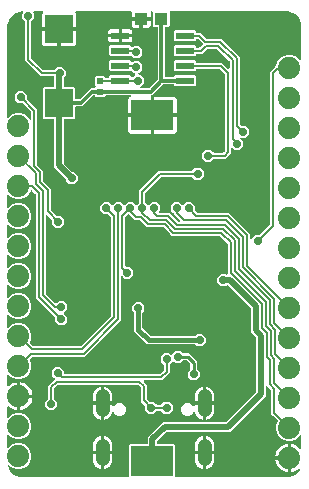
<source format=gbr>
G04 EAGLE Gerber RS-274X export*
G75*
%MOMM*%
%FSLAX34Y34*%
%LPD*%
%INBottom Copper*%
%IPPOS*%
%AMOC8*
5,1,8,0,0,1.08239X$1,22.5*%
G01*
%ADD10R,2.403600X2.368000*%
%ADD11C,1.158000*%
%ADD12R,3.600000X2.600000*%
%ADD13C,1.879600*%
%ADD14R,1.524000X0.609600*%
%ADD15R,0.600000X0.540000*%
%ADD16R,1.100000X1.000000*%
%ADD17C,0.706400*%
%ADD18C,0.200000*%
%ADD19C,0.508000*%
%ADD20C,0.304800*%
%ADD21C,0.254000*%
%ADD22C,0.406400*%

G36*
X64590Y115285D02*
X64590Y115285D01*
X64687Y115294D01*
X64710Y115304D01*
X64735Y115308D01*
X64821Y115354D01*
X64910Y115395D01*
X64935Y115416D01*
X64950Y115423D01*
X64967Y115442D01*
X65024Y115488D01*
X90252Y140716D01*
X90309Y140795D01*
X90371Y140871D01*
X90379Y140894D01*
X90394Y140914D01*
X90422Y141008D01*
X90457Y141099D01*
X90460Y141132D01*
X90465Y141148D01*
X90464Y141173D01*
X90471Y141246D01*
X90471Y224418D01*
X90455Y224514D01*
X90446Y224611D01*
X90436Y224634D01*
X90432Y224659D01*
X90386Y224745D01*
X90345Y224833D01*
X90324Y224859D01*
X90317Y224874D01*
X90298Y224891D01*
X90252Y224948D01*
X88066Y227134D01*
X87986Y227191D01*
X87911Y227253D01*
X87888Y227261D01*
X87867Y227276D01*
X87774Y227304D01*
X87683Y227339D01*
X87650Y227342D01*
X87634Y227347D01*
X87609Y227346D01*
X87536Y227353D01*
X84265Y227353D01*
X81303Y230315D01*
X81303Y234505D01*
X84265Y237467D01*
X88455Y237467D01*
X90910Y235011D01*
X90930Y234997D01*
X90946Y234978D01*
X91029Y234926D01*
X91109Y234869D01*
X91132Y234862D01*
X91153Y234849D01*
X91248Y234827D01*
X91342Y234798D01*
X91367Y234799D01*
X91390Y234793D01*
X91488Y234803D01*
X91586Y234806D01*
X91609Y234815D01*
X91633Y234817D01*
X91722Y234857D01*
X91814Y234892D01*
X91833Y234907D01*
X91856Y234917D01*
X91970Y235011D01*
X94425Y237467D01*
X98615Y237467D01*
X101070Y235011D01*
X101090Y234997D01*
X101106Y234978D01*
X101189Y234926D01*
X101269Y234869D01*
X101292Y234862D01*
X101313Y234849D01*
X101408Y234827D01*
X101502Y234798D01*
X101527Y234799D01*
X101550Y234793D01*
X101648Y234803D01*
X101746Y234806D01*
X101769Y234815D01*
X101793Y234817D01*
X101882Y234857D01*
X101974Y234892D01*
X101993Y234907D01*
X102016Y234917D01*
X102130Y235011D01*
X104585Y237467D01*
X108775Y237467D01*
X111230Y235011D01*
X111250Y234997D01*
X111266Y234978D01*
X111349Y234926D01*
X111429Y234869D01*
X111452Y234862D01*
X111473Y234849D01*
X111568Y234827D01*
X111662Y234798D01*
X111687Y234799D01*
X111710Y234793D01*
X111808Y234803D01*
X111906Y234806D01*
X111929Y234815D01*
X111953Y234817D01*
X112042Y234857D01*
X112134Y234892D01*
X112153Y234907D01*
X112176Y234917D01*
X112290Y235011D01*
X114096Y236817D01*
X114153Y236896D01*
X114215Y236972D01*
X114223Y236995D01*
X114238Y237015D01*
X114266Y237109D01*
X114301Y237200D01*
X114304Y237233D01*
X114309Y237249D01*
X114308Y237274D01*
X114315Y237347D01*
X114315Y247426D01*
X131034Y264145D01*
X158893Y264145D01*
X158989Y264161D01*
X159086Y264170D01*
X159109Y264180D01*
X159134Y264184D01*
X159220Y264230D01*
X159309Y264271D01*
X159334Y264292D01*
X159349Y264299D01*
X159366Y264318D01*
X159423Y264364D01*
X161735Y266677D01*
X165925Y266677D01*
X168887Y263715D01*
X168887Y259525D01*
X165925Y256563D01*
X161735Y256563D01*
X159423Y258876D01*
X159343Y258933D01*
X159268Y258995D01*
X159245Y259003D01*
X159225Y259018D01*
X159131Y259046D01*
X159040Y259081D01*
X159007Y259084D01*
X158991Y259089D01*
X158966Y259088D01*
X158893Y259095D01*
X133436Y259095D01*
X133340Y259079D01*
X133243Y259070D01*
X133220Y259060D01*
X133195Y259056D01*
X133109Y259010D01*
X133021Y258969D01*
X132995Y258948D01*
X132980Y258941D01*
X132963Y258922D01*
X132906Y258876D01*
X119584Y245554D01*
X119527Y245474D01*
X119465Y245399D01*
X119457Y245376D01*
X119442Y245355D01*
X119414Y245262D01*
X119379Y245171D01*
X119376Y245138D01*
X119371Y245122D01*
X119372Y245097D01*
X119365Y245024D01*
X119365Y237347D01*
X119381Y237251D01*
X119390Y237154D01*
X119400Y237131D01*
X119404Y237106D01*
X119450Y237020D01*
X119491Y236931D01*
X119512Y236906D01*
X119519Y236891D01*
X119538Y236874D01*
X119584Y236817D01*
X121390Y235011D01*
X121410Y234997D01*
X121426Y234978D01*
X121509Y234926D01*
X121589Y234869D01*
X121612Y234862D01*
X121633Y234849D01*
X121728Y234827D01*
X121822Y234798D01*
X121847Y234799D01*
X121870Y234793D01*
X121968Y234803D01*
X122066Y234806D01*
X122089Y234815D01*
X122113Y234817D01*
X122202Y234857D01*
X122294Y234892D01*
X122313Y234907D01*
X122336Y234917D01*
X122450Y235011D01*
X124905Y237467D01*
X129095Y237467D01*
X132057Y234505D01*
X132057Y230315D01*
X131319Y229578D01*
X131276Y229518D01*
X131226Y229464D01*
X131206Y229420D01*
X131177Y229379D01*
X131156Y229309D01*
X131125Y229242D01*
X131120Y229193D01*
X131106Y229146D01*
X131108Y229073D01*
X131101Y228999D01*
X131112Y228951D01*
X131114Y228902D01*
X131140Y228833D01*
X131156Y228762D01*
X131182Y228720D01*
X131200Y228674D01*
X131246Y228617D01*
X131285Y228554D01*
X131323Y228523D01*
X131354Y228485D01*
X131417Y228446D01*
X131474Y228399D01*
X131520Y228382D01*
X131562Y228356D01*
X131633Y228339D01*
X131702Y228313D01*
X131775Y228306D01*
X131799Y228300D01*
X131816Y228302D01*
X131849Y228299D01*
X139762Y228299D01*
X146876Y221184D01*
X146956Y221127D01*
X147031Y221065D01*
X147054Y221057D01*
X147075Y221042D01*
X147168Y221014D01*
X147259Y220979D01*
X147292Y220976D01*
X147308Y220971D01*
X147333Y220972D01*
X147406Y220965D01*
X148306Y220965D01*
X148378Y220977D01*
X148452Y220979D01*
X148498Y220996D01*
X148547Y221004D01*
X148611Y221039D01*
X148680Y221065D01*
X148718Y221096D01*
X148762Y221119D01*
X148812Y221173D01*
X148869Y221220D01*
X148895Y221261D01*
X148929Y221297D01*
X148959Y221364D01*
X148998Y221427D01*
X149009Y221475D01*
X149030Y221520D01*
X149037Y221593D01*
X149054Y221664D01*
X149049Y221713D01*
X149054Y221763D01*
X149037Y221834D01*
X149030Y221907D01*
X149010Y221952D01*
X148998Y222000D01*
X148960Y222063D01*
X148929Y222130D01*
X148883Y222186D01*
X148870Y222208D01*
X148857Y222218D01*
X148836Y222244D01*
X145224Y225856D01*
X143509Y227570D01*
X143500Y227666D01*
X143490Y227689D01*
X143486Y227714D01*
X143440Y227800D01*
X143399Y227889D01*
X143378Y227914D01*
X143371Y227929D01*
X143352Y227946D01*
X143306Y228003D01*
X140993Y230315D01*
X140993Y234505D01*
X143955Y237467D01*
X148145Y237467D01*
X150600Y235011D01*
X150620Y234997D01*
X150636Y234978D01*
X150719Y234926D01*
X150799Y234869D01*
X150822Y234862D01*
X150843Y234849D01*
X150938Y234827D01*
X151032Y234798D01*
X151057Y234799D01*
X151080Y234793D01*
X151178Y234803D01*
X151276Y234806D01*
X151299Y234815D01*
X151323Y234817D01*
X151412Y234857D01*
X151504Y234892D01*
X151523Y234907D01*
X151546Y234917D01*
X151660Y235011D01*
X154115Y237467D01*
X158305Y237467D01*
X161267Y234505D01*
X161267Y231234D01*
X161283Y231138D01*
X161292Y231041D01*
X161302Y231018D01*
X161306Y230993D01*
X161352Y230907D01*
X161393Y230819D01*
X161414Y230793D01*
X161421Y230778D01*
X161440Y230761D01*
X161486Y230704D01*
X163386Y228804D01*
X163466Y228747D01*
X163541Y228685D01*
X163564Y228677D01*
X163585Y228662D01*
X163678Y228634D01*
X163769Y228599D01*
X163802Y228596D01*
X163818Y228591D01*
X163843Y228592D01*
X163916Y228585D01*
X190276Y228585D01*
X208265Y210596D01*
X208265Y207065D01*
X208277Y206992D01*
X208279Y206919D01*
X208296Y206873D01*
X208304Y206824D01*
X208339Y206759D01*
X208365Y206691D01*
X208396Y206652D01*
X208419Y206609D01*
X208473Y206559D01*
X208520Y206502D01*
X208561Y206476D01*
X208597Y206442D01*
X208664Y206412D01*
X208727Y206373D01*
X208775Y206362D01*
X208820Y206341D01*
X208893Y206334D01*
X208964Y206317D01*
X209013Y206322D01*
X209063Y206317D01*
X209134Y206334D01*
X209207Y206341D01*
X209252Y206361D01*
X209300Y206372D01*
X209363Y206411D01*
X209430Y206441D01*
X209486Y206488D01*
X209508Y206501D01*
X209518Y206514D01*
X209544Y206535D01*
X212535Y209527D01*
X215806Y209527D01*
X215902Y209543D01*
X215999Y209552D01*
X216022Y209562D01*
X216047Y209566D01*
X216133Y209612D01*
X216221Y209653D01*
X216247Y209674D01*
X216262Y209681D01*
X216279Y209700D01*
X216336Y209746D01*
X224586Y217996D01*
X224643Y218076D01*
X224705Y218151D01*
X224713Y218174D01*
X224728Y218195D01*
X224756Y218288D01*
X224791Y218379D01*
X224794Y218412D01*
X224799Y218428D01*
X224798Y218453D01*
X224805Y218526D01*
X224805Y347756D01*
X229066Y352016D01*
X230384Y353334D01*
X230426Y353394D01*
X230477Y353447D01*
X230511Y353512D01*
X230526Y353533D01*
X230531Y353548D01*
X230546Y353577D01*
X232120Y357377D01*
X235193Y360450D01*
X239207Y362113D01*
X243553Y362113D01*
X247567Y360450D01*
X250437Y357580D01*
X250497Y357537D01*
X250550Y357487D01*
X250595Y357467D01*
X250635Y357438D01*
X250706Y357417D01*
X250773Y357386D01*
X250822Y357381D01*
X250869Y357367D01*
X250942Y357369D01*
X251015Y357362D01*
X251064Y357373D01*
X251113Y357375D01*
X251181Y357401D01*
X251253Y357417D01*
X251295Y357443D01*
X251341Y357461D01*
X251398Y357507D01*
X251460Y357546D01*
X251492Y357584D01*
X251530Y357615D01*
X251569Y357678D01*
X251615Y357735D01*
X251633Y357781D01*
X251659Y357823D01*
X251676Y357894D01*
X251702Y357963D01*
X251709Y358036D01*
X251714Y358060D01*
X251713Y358077D01*
X251716Y358110D01*
X251716Y385177D01*
X251701Y385267D01*
X251695Y385350D01*
X251716Y386614D01*
X251715Y386619D01*
X251716Y386627D01*
X251716Y386663D01*
X251713Y386682D01*
X251714Y386724D01*
X251535Y388926D01*
X251526Y388961D01*
X251525Y388998D01*
X251485Y389140D01*
X249867Y393242D01*
X249829Y393305D01*
X249800Y393372D01*
X249754Y393430D01*
X249742Y393451D01*
X249729Y393462D01*
X249709Y393488D01*
X246644Y396658D01*
X246585Y396702D01*
X246533Y396753D01*
X246468Y396789D01*
X246448Y396804D01*
X246433Y396809D01*
X246404Y396825D01*
X242359Y398581D01*
X242324Y398590D01*
X242291Y398607D01*
X242147Y398638D01*
X239951Y398892D01*
X239926Y398891D01*
X239865Y398897D01*
X140734Y398897D01*
X140710Y398893D01*
X140685Y398896D01*
X140590Y398874D01*
X140493Y398858D01*
X140472Y398846D01*
X140448Y398840D01*
X140364Y398789D01*
X140278Y398743D01*
X140261Y398725D01*
X140240Y398712D01*
X140178Y398636D01*
X140111Y398565D01*
X140101Y398542D01*
X140085Y398523D01*
X140051Y398432D01*
X140010Y398342D01*
X140008Y398318D01*
X139999Y398295D01*
X139985Y398148D01*
X139985Y386798D01*
X139092Y385905D01*
X136758Y385905D01*
X136734Y385901D01*
X136709Y385904D01*
X136614Y385882D01*
X136517Y385866D01*
X136496Y385854D01*
X136472Y385848D01*
X136388Y385797D01*
X136302Y385751D01*
X136285Y385733D01*
X136264Y385720D01*
X136202Y385644D01*
X136135Y385573D01*
X136125Y385550D01*
X136109Y385531D01*
X136075Y385440D01*
X136034Y385350D01*
X136032Y385326D01*
X136023Y385303D01*
X136009Y385156D01*
X136009Y344158D01*
X136013Y344134D01*
X136010Y344109D01*
X136032Y344014D01*
X136048Y343917D01*
X136060Y343896D01*
X136066Y343872D01*
X136117Y343788D01*
X136163Y343702D01*
X136181Y343685D01*
X136194Y343664D01*
X136270Y343602D01*
X136341Y343535D01*
X136364Y343525D01*
X136383Y343509D01*
X136474Y343475D01*
X136564Y343434D01*
X136588Y343432D01*
X136611Y343423D01*
X136758Y343409D01*
X143268Y343409D01*
X143292Y343413D01*
X143317Y343410D01*
X143412Y343432D01*
X143509Y343448D01*
X143530Y343460D01*
X143554Y343466D01*
X143638Y343517D01*
X143724Y343563D01*
X143741Y343581D01*
X143762Y343594D01*
X143824Y343670D01*
X143891Y343741D01*
X143901Y343764D01*
X143917Y343783D01*
X143951Y343874D01*
X143992Y343964D01*
X143994Y343988D01*
X144003Y344011D01*
X144004Y344027D01*
X144910Y344933D01*
X161414Y344933D01*
X162307Y344040D01*
X162307Y336680D01*
X161414Y335787D01*
X144910Y335787D01*
X143994Y336704D01*
X143994Y336706D01*
X143978Y336803D01*
X143966Y336824D01*
X143960Y336848D01*
X143909Y336932D01*
X143863Y337018D01*
X143845Y337035D01*
X143832Y337056D01*
X143756Y337118D01*
X143685Y337185D01*
X143662Y337195D01*
X143643Y337211D01*
X143552Y337245D01*
X143462Y337286D01*
X143438Y337288D01*
X143415Y337297D01*
X143268Y337311D01*
X134923Y337311D01*
X134827Y337295D01*
X134730Y337286D01*
X134707Y337276D01*
X134682Y337272D01*
X134596Y337226D01*
X134508Y337185D01*
X134482Y337164D01*
X134467Y337157D01*
X134450Y337138D01*
X134393Y337092D01*
X125213Y327911D01*
X124710Y327911D01*
X124686Y327907D01*
X124662Y327910D01*
X124566Y327888D01*
X124469Y327872D01*
X124448Y327860D01*
X124424Y327854D01*
X124340Y327803D01*
X124254Y327757D01*
X124237Y327739D01*
X124217Y327726D01*
X124154Y327650D01*
X124087Y327579D01*
X124077Y327556D01*
X124062Y327537D01*
X124027Y327446D01*
X123986Y327356D01*
X123984Y327332D01*
X123975Y327309D01*
X123961Y327162D01*
X123961Y312499D01*
X104919Y312499D01*
X104919Y324334D01*
X105073Y324907D01*
X105073Y324908D01*
X105092Y324981D01*
X105427Y325560D01*
X105900Y326033D01*
X106479Y326368D01*
X106743Y326438D01*
X106766Y326448D01*
X106790Y326452D01*
X106877Y326499D01*
X106966Y326539D01*
X106984Y326556D01*
X107005Y326567D01*
X107072Y326639D01*
X107144Y326706D01*
X107155Y326727D01*
X107172Y326746D01*
X107213Y326835D01*
X107259Y326921D01*
X107263Y326945D01*
X107273Y326968D01*
X107283Y327065D01*
X107299Y327162D01*
X107295Y327186D01*
X107297Y327211D01*
X107275Y327306D01*
X107259Y327402D01*
X107247Y327424D01*
X107242Y327448D01*
X107190Y327531D01*
X107144Y327618D01*
X107126Y327635D01*
X107113Y327656D01*
X107037Y327718D01*
X106966Y327785D01*
X106944Y327795D01*
X106925Y327811D01*
X106833Y327845D01*
X106744Y327886D01*
X106719Y327888D01*
X106696Y327897D01*
X106549Y327911D01*
X86398Y327911D01*
X86302Y327895D01*
X86205Y327886D01*
X86182Y327876D01*
X86157Y327872D01*
X86071Y327826D01*
X85982Y327785D01*
X85957Y327764D01*
X85942Y327757D01*
X85925Y327738D01*
X85868Y327692D01*
X84912Y326735D01*
X77648Y326735D01*
X76692Y327692D01*
X76613Y327749D01*
X76537Y327811D01*
X76514Y327819D01*
X76494Y327834D01*
X76400Y327862D01*
X76309Y327897D01*
X76276Y327900D01*
X76260Y327905D01*
X76235Y327904D01*
X76162Y327911D01*
X75993Y327911D01*
X75897Y327895D01*
X75800Y327886D01*
X75777Y327876D01*
X75752Y327872D01*
X75666Y327826D01*
X75578Y327785D01*
X75552Y327764D01*
X75537Y327757D01*
X75520Y327738D01*
X75463Y327692D01*
X66281Y318509D01*
X60800Y318509D01*
X60776Y318505D01*
X60751Y318508D01*
X60656Y318486D01*
X60559Y318470D01*
X60538Y318458D01*
X60514Y318452D01*
X60430Y318401D01*
X60344Y318355D01*
X60327Y318337D01*
X60306Y318324D01*
X60244Y318248D01*
X60177Y318177D01*
X60167Y318154D01*
X60151Y318135D01*
X60117Y318044D01*
X60076Y317954D01*
X60074Y317930D01*
X60065Y317907D01*
X60051Y317760D01*
X60051Y309086D01*
X59158Y308193D01*
X51322Y308193D01*
X51298Y308189D01*
X51273Y308192D01*
X51178Y308170D01*
X51081Y308154D01*
X51060Y308142D01*
X51036Y308136D01*
X50952Y308085D01*
X50866Y308039D01*
X50849Y308021D01*
X50828Y308008D01*
X50766Y307932D01*
X50699Y307861D01*
X50689Y307838D01*
X50673Y307819D01*
X50639Y307728D01*
X50598Y307638D01*
X50596Y307614D01*
X50587Y307591D01*
X50573Y307444D01*
X50573Y270446D01*
X50589Y270350D01*
X50598Y270253D01*
X50608Y270230D01*
X50612Y270205D01*
X50658Y270119D01*
X50699Y270030D01*
X50720Y270005D01*
X50727Y269990D01*
X50746Y269973D01*
X50792Y269916D01*
X57622Y263086D01*
X57702Y263029D01*
X57777Y262967D01*
X57800Y262959D01*
X57821Y262944D01*
X57914Y262916D01*
X58005Y262881D01*
X58038Y262878D01*
X58054Y262873D01*
X58079Y262874D01*
X58152Y262867D01*
X59245Y262867D01*
X62207Y259905D01*
X62207Y255715D01*
X59245Y252753D01*
X55055Y252753D01*
X52093Y255715D01*
X52093Y256808D01*
X52077Y256904D01*
X52068Y257001D01*
X52058Y257024D01*
X52054Y257049D01*
X52008Y257135D01*
X51967Y257224D01*
X51946Y257249D01*
X51939Y257264D01*
X51920Y257281D01*
X51874Y257338D01*
X42443Y266768D01*
X42443Y307444D01*
X42439Y307468D01*
X42442Y307493D01*
X42420Y307588D01*
X42404Y307685D01*
X42392Y307706D01*
X42386Y307730D01*
X42335Y307814D01*
X42289Y307900D01*
X42271Y307917D01*
X42258Y307938D01*
X42182Y308000D01*
X42111Y308067D01*
X42088Y308077D01*
X42069Y308093D01*
X41978Y308127D01*
X41888Y308168D01*
X41864Y308170D01*
X41841Y308179D01*
X41694Y308193D01*
X33858Y308193D01*
X32965Y309086D01*
X32965Y334030D01*
X33858Y334923D01*
X41694Y334923D01*
X41718Y334927D01*
X41743Y334924D01*
X41838Y334946D01*
X41935Y334962D01*
X41956Y334974D01*
X41980Y334980D01*
X42064Y335031D01*
X42150Y335077D01*
X42167Y335095D01*
X42188Y335108D01*
X42250Y335184D01*
X42317Y335255D01*
X42327Y335278D01*
X42343Y335297D01*
X42377Y335388D01*
X42418Y335478D01*
X42420Y335502D01*
X42429Y335525D01*
X42443Y335672D01*
X42443Y343356D01*
X42439Y343380D01*
X42442Y343405D01*
X42420Y343500D01*
X42404Y343597D01*
X42392Y343618D01*
X42386Y343642D01*
X42335Y343726D01*
X42289Y343812D01*
X42271Y343829D01*
X42258Y343850D01*
X42182Y343912D01*
X42111Y343979D01*
X42088Y343989D01*
X42069Y344005D01*
X41978Y344039D01*
X41888Y344080D01*
X41864Y344082D01*
X41841Y344091D01*
X41694Y344105D01*
X30784Y344105D01*
X17795Y357094D01*
X17795Y390033D01*
X17779Y390129D01*
X17770Y390226D01*
X17760Y390249D01*
X17756Y390274D01*
X17710Y390360D01*
X17669Y390449D01*
X17648Y390474D01*
X17641Y390489D01*
X17622Y390506D01*
X17576Y390563D01*
X15263Y392875D01*
X15263Y397065D01*
X15817Y397618D01*
X15860Y397678D01*
X15910Y397732D01*
X15930Y397776D01*
X15959Y397817D01*
X15980Y397887D01*
X16011Y397954D01*
X16016Y398003D01*
X16030Y398050D01*
X16028Y398123D01*
X16035Y398197D01*
X16024Y398245D01*
X16022Y398294D01*
X15996Y398363D01*
X15980Y398434D01*
X15954Y398476D01*
X15936Y398522D01*
X15890Y398579D01*
X15851Y398642D01*
X15813Y398673D01*
X15782Y398711D01*
X15719Y398750D01*
X15662Y398797D01*
X15616Y398814D01*
X15574Y398840D01*
X15503Y398857D01*
X15434Y398883D01*
X15361Y398890D01*
X15337Y398896D01*
X15320Y398894D01*
X15287Y398897D01*
X14920Y398897D01*
X14898Y398894D01*
X14847Y398894D01*
X12605Y398673D01*
X12570Y398663D01*
X12533Y398662D01*
X12392Y398619D01*
X8251Y396904D01*
X8189Y396865D01*
X8122Y396835D01*
X8065Y396788D01*
X8044Y396775D01*
X8033Y396763D01*
X8008Y396742D01*
X4838Y393572D01*
X4796Y393513D01*
X4746Y393459D01*
X4711Y393394D01*
X4696Y393374D01*
X4691Y393358D01*
X4676Y393329D01*
X2961Y389188D01*
X2952Y389152D01*
X2936Y389120D01*
X2907Y388975D01*
X2686Y386734D01*
X2688Y386711D01*
X2683Y386660D01*
X2683Y309489D01*
X2695Y309416D01*
X2697Y309343D01*
X2714Y309297D01*
X2722Y309248D01*
X2757Y309183D01*
X2783Y309114D01*
X2814Y309076D01*
X2837Y309033D01*
X2891Y308982D01*
X2938Y308926D01*
X2980Y308900D01*
X3015Y308866D01*
X3082Y308835D01*
X3145Y308797D01*
X3193Y308785D01*
X3238Y308765D01*
X3311Y308758D01*
X3382Y308741D01*
X3431Y308746D01*
X3481Y308741D01*
X3552Y308758D01*
X3625Y308765D01*
X3670Y308785D01*
X3718Y308796D01*
X3781Y308835D01*
X3848Y308865D01*
X3904Y308912D01*
X3926Y308925D01*
X3936Y308938D01*
X3962Y308959D01*
X5923Y310920D01*
X9937Y312583D01*
X14283Y312583D01*
X18297Y310920D01*
X21370Y307847D01*
X21434Y307693D01*
X21485Y307610D01*
X21531Y307524D01*
X21550Y307507D01*
X21563Y307486D01*
X21638Y307424D01*
X21710Y307357D01*
X21732Y307346D01*
X21751Y307331D01*
X21843Y307296D01*
X21932Y307256D01*
X21956Y307253D01*
X21980Y307245D01*
X22077Y307242D01*
X22175Y307232D01*
X22199Y307237D01*
X22223Y307237D01*
X22317Y307265D01*
X22412Y307287D01*
X22433Y307300D01*
X22457Y307307D01*
X22536Y307364D01*
X22620Y307416D01*
X22635Y307435D01*
X22655Y307449D01*
X22712Y307529D01*
X22775Y307604D01*
X22783Y307627D01*
X22798Y307648D01*
X22826Y307741D01*
X22861Y307833D01*
X22864Y307865D01*
X22869Y307881D01*
X22868Y307906D01*
X22875Y307980D01*
X22875Y313604D01*
X22859Y313700D01*
X22850Y313797D01*
X22840Y313820D01*
X22836Y313845D01*
X22790Y313931D01*
X22749Y314019D01*
X22728Y314045D01*
X22721Y314060D01*
X22702Y314077D01*
X22656Y314134D01*
X15676Y321114D01*
X15596Y321171D01*
X15521Y321233D01*
X15498Y321241D01*
X15477Y321256D01*
X15384Y321284D01*
X15293Y321319D01*
X15260Y321322D01*
X15244Y321327D01*
X15219Y321326D01*
X15146Y321333D01*
X11875Y321333D01*
X8913Y324295D01*
X8913Y328485D01*
X11875Y331447D01*
X16065Y331447D01*
X19027Y328485D01*
X19027Y325214D01*
X19043Y325118D01*
X19052Y325021D01*
X19062Y324998D01*
X19066Y324973D01*
X19112Y324887D01*
X19153Y324799D01*
X19174Y324773D01*
X19181Y324758D01*
X19200Y324741D01*
X19246Y324684D01*
X27925Y316006D01*
X27925Y269310D01*
X27941Y269214D01*
X27950Y269117D01*
X27960Y269094D01*
X27964Y269069D01*
X28010Y268983D01*
X28051Y268894D01*
X28072Y268869D01*
X28079Y268854D01*
X28098Y268837D01*
X28144Y268780D01*
X32719Y264206D01*
X32719Y255450D01*
X32735Y255353D01*
X32744Y255256D01*
X32754Y255234D01*
X32758Y255209D01*
X32804Y255123D01*
X32845Y255034D01*
X32866Y255008D01*
X32873Y254994D01*
X32892Y254977D01*
X32938Y254920D01*
X39355Y248503D01*
X39355Y231226D01*
X39371Y231130D01*
X39380Y231033D01*
X39390Y231010D01*
X39394Y230985D01*
X39440Y230899D01*
X39481Y230811D01*
X39502Y230785D01*
X39509Y230770D01*
X39528Y230753D01*
X39574Y230696D01*
X44014Y226256D01*
X44094Y226199D01*
X44169Y226137D01*
X44192Y226129D01*
X44213Y226114D01*
X44306Y226086D01*
X44397Y226051D01*
X44430Y226048D01*
X44446Y226043D01*
X44471Y226044D01*
X44544Y226037D01*
X47815Y226037D01*
X50777Y223075D01*
X50777Y218885D01*
X47815Y215923D01*
X43625Y215923D01*
X40663Y218885D01*
X40663Y222156D01*
X40647Y222252D01*
X40638Y222349D01*
X40628Y222372D01*
X40624Y222397D01*
X40578Y222483D01*
X40537Y222571D01*
X40516Y222597D01*
X40509Y222612D01*
X40490Y222629D01*
X40444Y222686D01*
X36538Y226592D01*
X36478Y226635D01*
X36424Y226685D01*
X36380Y226705D01*
X36339Y226734D01*
X36269Y226755D01*
X36202Y226786D01*
X36153Y226790D01*
X36106Y226805D01*
X36033Y226802D01*
X35959Y226810D01*
X35911Y226798D01*
X35862Y226797D01*
X35793Y226771D01*
X35722Y226754D01*
X35680Y226728D01*
X35634Y226711D01*
X35577Y226664D01*
X35514Y226626D01*
X35483Y226588D01*
X35445Y226556D01*
X35406Y226494D01*
X35359Y226437D01*
X35342Y226391D01*
X35316Y226349D01*
X35299Y226278D01*
X35273Y226209D01*
X35266Y226136D01*
X35260Y226112D01*
X35262Y226095D01*
X35259Y226062D01*
X35259Y160296D01*
X35275Y160200D01*
X35284Y160103D01*
X35294Y160080D01*
X35298Y160055D01*
X35344Y159969D01*
X35385Y159880D01*
X35406Y159855D01*
X35413Y159840D01*
X35432Y159823D01*
X35478Y159766D01*
X43352Y151893D01*
X43372Y151878D01*
X43387Y151859D01*
X43470Y151808D01*
X43550Y151750D01*
X43573Y151743D01*
X43594Y151730D01*
X43690Y151708D01*
X43784Y151680D01*
X43808Y151680D01*
X43832Y151675D01*
X43929Y151684D01*
X44027Y151687D01*
X44050Y151696D01*
X44075Y151698D01*
X44164Y151739D01*
X44256Y151773D01*
X44275Y151789D01*
X44297Y151799D01*
X44411Y151893D01*
X46165Y153647D01*
X50355Y153647D01*
X53317Y150685D01*
X53317Y146495D01*
X50861Y144040D01*
X50847Y144020D01*
X50828Y144004D01*
X50776Y143921D01*
X50719Y143841D01*
X50712Y143818D01*
X50699Y143797D01*
X50677Y143702D01*
X50648Y143608D01*
X50649Y143583D01*
X50643Y143560D01*
X50653Y143462D01*
X50656Y143364D01*
X50665Y143341D01*
X50667Y143317D01*
X50707Y143228D01*
X50742Y143136D01*
X50757Y143117D01*
X50767Y143094D01*
X50861Y142980D01*
X53317Y140525D01*
X53317Y136335D01*
X50355Y133373D01*
X46165Y133373D01*
X43203Y136335D01*
X43203Y139606D01*
X43187Y139702D01*
X43178Y139799D01*
X43168Y139822D01*
X43164Y139847D01*
X43118Y139933D01*
X43077Y140021D01*
X43056Y140047D01*
X43049Y140062D01*
X43030Y140079D01*
X42984Y140136D01*
X26685Y156434D01*
X26685Y243754D01*
X26669Y243850D01*
X26660Y243947D01*
X26650Y243970D01*
X26646Y243995D01*
X26600Y244081D01*
X26559Y244169D01*
X26538Y244195D01*
X26531Y244210D01*
X26512Y244227D01*
X26466Y244284D01*
X23541Y247208D01*
X23501Y247237D01*
X23468Y247273D01*
X23403Y247307D01*
X23343Y247350D01*
X23296Y247365D01*
X23253Y247388D01*
X23180Y247400D01*
X23110Y247421D01*
X23061Y247420D01*
X23012Y247428D01*
X22939Y247416D01*
X22866Y247413D01*
X22820Y247396D01*
X22771Y247388D01*
X22706Y247353D01*
X22637Y247327D01*
X22599Y247296D01*
X22556Y247273D01*
X22506Y247219D01*
X22449Y247173D01*
X22423Y247131D01*
X22389Y247095D01*
X22320Y246966D01*
X22319Y246965D01*
X21370Y244673D01*
X18297Y241600D01*
X14283Y239937D01*
X9937Y239937D01*
X5923Y241600D01*
X3962Y243561D01*
X3902Y243604D01*
X3848Y243654D01*
X3804Y243675D01*
X3763Y243703D01*
X3693Y243725D01*
X3626Y243755D01*
X3577Y243760D01*
X3530Y243774D01*
X3457Y243772D01*
X3383Y243779D01*
X3335Y243768D01*
X3286Y243766D01*
X3217Y243740D01*
X3146Y243724D01*
X3104Y243698D01*
X3058Y243680D01*
X3001Y243634D01*
X2938Y243595D01*
X2907Y243557D01*
X2869Y243526D01*
X2830Y243463D01*
X2783Y243407D01*
X2766Y243361D01*
X2740Y243319D01*
X2723Y243247D01*
X2697Y243178D01*
X2690Y243105D01*
X2684Y243081D01*
X2686Y243064D01*
X2683Y243031D01*
X2683Y233289D01*
X2695Y233216D01*
X2697Y233143D01*
X2714Y233097D01*
X2722Y233048D01*
X2757Y232983D01*
X2783Y232914D01*
X2814Y232876D01*
X2837Y232833D01*
X2891Y232782D01*
X2938Y232726D01*
X2980Y232700D01*
X3015Y232666D01*
X3082Y232635D01*
X3145Y232597D01*
X3193Y232585D01*
X3238Y232565D01*
X3311Y232558D01*
X3382Y232541D01*
X3431Y232546D01*
X3481Y232541D01*
X3552Y232558D01*
X3625Y232565D01*
X3670Y232585D01*
X3718Y232596D01*
X3781Y232635D01*
X3848Y232665D01*
X3904Y232712D01*
X3926Y232725D01*
X3936Y232738D01*
X3962Y232759D01*
X5923Y234720D01*
X9937Y236383D01*
X14283Y236383D01*
X18297Y234720D01*
X21370Y231647D01*
X23033Y227633D01*
X23033Y223287D01*
X21370Y219273D01*
X18297Y216200D01*
X14283Y214537D01*
X9937Y214537D01*
X5923Y216200D01*
X3962Y218161D01*
X3902Y218204D01*
X3848Y218254D01*
X3804Y218275D01*
X3763Y218303D01*
X3693Y218325D01*
X3626Y218355D01*
X3577Y218360D01*
X3530Y218374D01*
X3457Y218372D01*
X3383Y218379D01*
X3335Y218368D01*
X3286Y218366D01*
X3217Y218340D01*
X3146Y218324D01*
X3104Y218298D01*
X3058Y218280D01*
X3001Y218234D01*
X2938Y218195D01*
X2907Y218157D01*
X2869Y218126D01*
X2830Y218063D01*
X2783Y218007D01*
X2766Y217961D01*
X2740Y217919D01*
X2723Y217847D01*
X2697Y217778D01*
X2690Y217705D01*
X2684Y217681D01*
X2686Y217664D01*
X2683Y217631D01*
X2683Y207889D01*
X2695Y207816D01*
X2697Y207743D01*
X2714Y207697D01*
X2722Y207648D01*
X2757Y207583D01*
X2783Y207514D01*
X2814Y207476D01*
X2837Y207433D01*
X2891Y207382D01*
X2938Y207326D01*
X2980Y207300D01*
X3015Y207266D01*
X3082Y207235D01*
X3145Y207197D01*
X3193Y207185D01*
X3238Y207165D01*
X3311Y207158D01*
X3382Y207141D01*
X3431Y207146D01*
X3481Y207141D01*
X3552Y207158D01*
X3625Y207165D01*
X3670Y207185D01*
X3718Y207196D01*
X3781Y207235D01*
X3848Y207265D01*
X3904Y207312D01*
X3926Y207325D01*
X3936Y207338D01*
X3962Y207359D01*
X5923Y209320D01*
X9937Y210983D01*
X14283Y210983D01*
X18297Y209320D01*
X21370Y206247D01*
X23033Y202233D01*
X23033Y197887D01*
X21370Y193873D01*
X18297Y190800D01*
X14283Y189137D01*
X9937Y189137D01*
X5923Y190800D01*
X3962Y192761D01*
X3902Y192804D01*
X3848Y192854D01*
X3804Y192875D01*
X3763Y192903D01*
X3693Y192925D01*
X3626Y192955D01*
X3577Y192960D01*
X3530Y192974D01*
X3457Y192972D01*
X3383Y192979D01*
X3335Y192968D01*
X3286Y192966D01*
X3217Y192940D01*
X3146Y192924D01*
X3104Y192898D01*
X3058Y192880D01*
X3001Y192834D01*
X2938Y192795D01*
X2907Y192757D01*
X2869Y192726D01*
X2830Y192663D01*
X2783Y192607D01*
X2766Y192561D01*
X2740Y192519D01*
X2723Y192447D01*
X2697Y192378D01*
X2690Y192305D01*
X2684Y192281D01*
X2686Y192264D01*
X2683Y192231D01*
X2683Y182489D01*
X2695Y182416D01*
X2697Y182343D01*
X2714Y182297D01*
X2722Y182248D01*
X2757Y182183D01*
X2783Y182114D01*
X2814Y182076D01*
X2837Y182033D01*
X2891Y181982D01*
X2938Y181926D01*
X2980Y181900D01*
X3015Y181866D01*
X3082Y181835D01*
X3145Y181797D01*
X3193Y181785D01*
X3238Y181765D01*
X3311Y181758D01*
X3382Y181741D01*
X3431Y181746D01*
X3481Y181741D01*
X3552Y181758D01*
X3625Y181765D01*
X3670Y181785D01*
X3718Y181796D01*
X3781Y181835D01*
X3848Y181865D01*
X3904Y181912D01*
X3926Y181925D01*
X3936Y181938D01*
X3962Y181959D01*
X5923Y183920D01*
X9937Y185583D01*
X14283Y185583D01*
X18297Y183920D01*
X21370Y180847D01*
X23033Y176833D01*
X23033Y172487D01*
X21370Y168473D01*
X18297Y165400D01*
X14283Y163737D01*
X9937Y163737D01*
X5923Y165400D01*
X3962Y167361D01*
X3902Y167404D01*
X3848Y167454D01*
X3804Y167475D01*
X3763Y167503D01*
X3693Y167525D01*
X3626Y167555D01*
X3577Y167560D01*
X3530Y167574D01*
X3457Y167572D01*
X3383Y167579D01*
X3335Y167568D01*
X3286Y167566D01*
X3217Y167540D01*
X3146Y167524D01*
X3104Y167498D01*
X3058Y167480D01*
X3001Y167434D01*
X2938Y167395D01*
X2907Y167357D01*
X2869Y167326D01*
X2830Y167263D01*
X2783Y167207D01*
X2766Y167161D01*
X2740Y167119D01*
X2723Y167047D01*
X2697Y166978D01*
X2690Y166905D01*
X2684Y166881D01*
X2686Y166864D01*
X2683Y166831D01*
X2683Y157089D01*
X2695Y157016D01*
X2697Y156943D01*
X2714Y156897D01*
X2722Y156848D01*
X2757Y156783D01*
X2783Y156714D01*
X2814Y156676D01*
X2837Y156633D01*
X2891Y156582D01*
X2938Y156526D01*
X2980Y156500D01*
X3015Y156466D01*
X3082Y156435D01*
X3145Y156397D01*
X3193Y156385D01*
X3238Y156365D01*
X3311Y156358D01*
X3382Y156341D01*
X3431Y156346D01*
X3481Y156341D01*
X3552Y156358D01*
X3625Y156365D01*
X3670Y156385D01*
X3718Y156396D01*
X3781Y156435D01*
X3848Y156465D01*
X3904Y156512D01*
X3926Y156525D01*
X3936Y156538D01*
X3962Y156559D01*
X5923Y158520D01*
X9937Y160183D01*
X14283Y160183D01*
X18297Y158520D01*
X21370Y155447D01*
X23033Y151433D01*
X23033Y147087D01*
X21370Y143073D01*
X18297Y140000D01*
X14283Y138337D01*
X9937Y138337D01*
X5923Y140000D01*
X3962Y141961D01*
X3902Y142004D01*
X3848Y142054D01*
X3804Y142075D01*
X3763Y142103D01*
X3693Y142125D01*
X3626Y142155D01*
X3577Y142160D01*
X3530Y142174D01*
X3457Y142172D01*
X3383Y142179D01*
X3335Y142168D01*
X3286Y142166D01*
X3217Y142140D01*
X3146Y142124D01*
X3104Y142098D01*
X3058Y142080D01*
X3001Y142034D01*
X2938Y141995D01*
X2907Y141957D01*
X2869Y141926D01*
X2830Y141863D01*
X2783Y141807D01*
X2766Y141761D01*
X2740Y141719D01*
X2723Y141647D01*
X2697Y141578D01*
X2690Y141505D01*
X2684Y141481D01*
X2686Y141464D01*
X2683Y141431D01*
X2683Y131689D01*
X2695Y131616D01*
X2697Y131543D01*
X2714Y131497D01*
X2722Y131448D01*
X2757Y131383D01*
X2783Y131314D01*
X2814Y131276D01*
X2837Y131233D01*
X2891Y131182D01*
X2938Y131126D01*
X2980Y131100D01*
X3015Y131066D01*
X3082Y131035D01*
X3145Y130997D01*
X3193Y130985D01*
X3238Y130965D01*
X3311Y130958D01*
X3382Y130941D01*
X3431Y130946D01*
X3481Y130941D01*
X3552Y130958D01*
X3625Y130965D01*
X3670Y130985D01*
X3718Y130996D01*
X3781Y131035D01*
X3848Y131065D01*
X3904Y131112D01*
X3926Y131125D01*
X3936Y131138D01*
X3962Y131159D01*
X5923Y133120D01*
X9937Y134783D01*
X14283Y134783D01*
X18297Y133120D01*
X21370Y130047D01*
X23033Y126033D01*
X23033Y121687D01*
X21707Y118487D01*
X21677Y118357D01*
X21652Y118250D01*
X21665Y118114D01*
X21676Y118007D01*
X21729Y117888D01*
X21776Y117785D01*
X21777Y117784D01*
X21870Y117671D01*
X24052Y115488D01*
X24132Y115431D01*
X24207Y115369D01*
X24230Y115361D01*
X24251Y115346D01*
X24344Y115318D01*
X24435Y115283D01*
X24468Y115280D01*
X24484Y115275D01*
X24509Y115276D01*
X24582Y115269D01*
X64494Y115269D01*
X64590Y115285D01*
G37*
G36*
X105210Y4427D02*
X105210Y4427D01*
X105235Y4424D01*
X105330Y4446D01*
X105427Y4462D01*
X105448Y4474D01*
X105472Y4480D01*
X105556Y4531D01*
X105642Y4577D01*
X105659Y4595D01*
X105680Y4608D01*
X105742Y4684D01*
X105809Y4755D01*
X105819Y4778D01*
X105835Y4797D01*
X105869Y4888D01*
X105910Y4978D01*
X105912Y5002D01*
X105921Y5025D01*
X105935Y5172D01*
X105935Y31632D01*
X106828Y32525D01*
X120646Y32525D01*
X120670Y32529D01*
X120695Y32526D01*
X120790Y32548D01*
X120887Y32564D01*
X120908Y32576D01*
X120932Y32582D01*
X121016Y32633D01*
X121102Y32679D01*
X121119Y32697D01*
X121140Y32710D01*
X121202Y32786D01*
X121269Y32857D01*
X121279Y32880D01*
X121295Y32899D01*
X121329Y32990D01*
X121370Y33080D01*
X121372Y33104D01*
X121381Y33127D01*
X121395Y33274D01*
X121395Y38244D01*
X134206Y51055D01*
X187236Y51055D01*
X187332Y51071D01*
X187429Y51080D01*
X187452Y51090D01*
X187477Y51094D01*
X187563Y51140D01*
X187652Y51181D01*
X187677Y51202D01*
X187692Y51209D01*
X187709Y51228D01*
X187766Y51274D01*
X213062Y76570D01*
X213105Y76630D01*
X213155Y76683D01*
X213165Y76706D01*
X213181Y76725D01*
X213189Y76748D01*
X213204Y76769D01*
X213225Y76839D01*
X213256Y76906D01*
X213258Y76930D01*
X213267Y76953D01*
X213270Y76986D01*
X213275Y77002D01*
X213274Y77027D01*
X213281Y77100D01*
X213281Y122517D01*
X213265Y122613D01*
X213256Y122710D01*
X213246Y122733D01*
X213242Y122758D01*
X213196Y122844D01*
X213155Y122933D01*
X213134Y122958D01*
X213127Y122973D01*
X213108Y122990D01*
X213062Y123047D01*
X208899Y127209D01*
X208899Y147315D01*
X208883Y147412D01*
X208874Y147509D01*
X208864Y147531D01*
X208860Y147556D01*
X208814Y147642D01*
X208773Y147731D01*
X208752Y147757D01*
X208745Y147771D01*
X208726Y147788D01*
X208680Y147845D01*
X189359Y167166D01*
X189280Y167223D01*
X189205Y167285D01*
X189181Y167293D01*
X189161Y167308D01*
X189113Y167322D01*
X189104Y167328D01*
X189065Y167337D01*
X188976Y167371D01*
X188943Y167374D01*
X188927Y167379D01*
X188902Y167378D01*
X188882Y167380D01*
X188867Y167384D01*
X188856Y167383D01*
X188829Y167385D01*
X188817Y167385D01*
X188741Y167373D01*
X188683Y167371D01*
X188665Y167364D01*
X188624Y167360D01*
X188601Y167350D01*
X188576Y167346D01*
X188490Y167300D01*
X188473Y167292D01*
X188455Y167285D01*
X188451Y167282D01*
X188401Y167259D01*
X188376Y167238D01*
X188361Y167231D01*
X188344Y167212D01*
X188287Y167166D01*
X187515Y166393D01*
X183325Y166393D01*
X180363Y169355D01*
X180363Y173545D01*
X183325Y176507D01*
X187515Y176507D01*
X187840Y176181D01*
X187900Y176138D01*
X187954Y176088D01*
X187998Y176068D01*
X188039Y176039D01*
X188109Y176018D01*
X188176Y175987D01*
X188225Y175982D01*
X188272Y175968D01*
X188345Y175970D01*
X188419Y175963D01*
X188467Y175974D01*
X188516Y175976D01*
X188585Y176002D01*
X188656Y176018D01*
X188698Y176044D01*
X188744Y176062D01*
X188801Y176108D01*
X188864Y176147D01*
X188895Y176185D01*
X188933Y176216D01*
X188972Y176279D01*
X189019Y176336D01*
X189036Y176382D01*
X189062Y176424D01*
X189079Y176495D01*
X189105Y176564D01*
X189112Y176637D01*
X189118Y176661D01*
X189116Y176678D01*
X189119Y176711D01*
X189119Y202162D01*
X189103Y202259D01*
X189094Y202356D01*
X189084Y202378D01*
X189080Y202403D01*
X189034Y202489D01*
X188993Y202578D01*
X188972Y202604D01*
X188965Y202618D01*
X188946Y202635D01*
X188900Y202692D01*
X182944Y208648D01*
X182865Y208705D01*
X182790Y208767D01*
X182766Y208775D01*
X182746Y208790D01*
X182653Y208818D01*
X182561Y208853D01*
X182528Y208856D01*
X182512Y208861D01*
X182487Y208860D01*
X182414Y208867D01*
X142085Y208867D01*
X140386Y210566D01*
X134970Y215982D01*
X134891Y216039D01*
X134816Y216101D01*
X134792Y216109D01*
X134772Y216124D01*
X134678Y216152D01*
X134587Y216187D01*
X134554Y216190D01*
X134538Y216195D01*
X134513Y216194D01*
X134440Y216201D01*
X120684Y216201D01*
X114840Y222046D01*
X114761Y222103D01*
X114685Y222165D01*
X114662Y222173D01*
X114642Y222188D01*
X114548Y222216D01*
X114457Y222251D01*
X114424Y222254D01*
X114408Y222259D01*
X114383Y222258D01*
X114310Y222265D01*
X110714Y222265D01*
X105940Y227040D01*
X105920Y227054D01*
X105904Y227073D01*
X105821Y227125D01*
X105741Y227182D01*
X105718Y227189D01*
X105697Y227202D01*
X105602Y227224D01*
X105508Y227253D01*
X105483Y227252D01*
X105460Y227257D01*
X105362Y227248D01*
X105264Y227245D01*
X105241Y227236D01*
X105217Y227234D01*
X105128Y227193D01*
X105036Y227159D01*
X105017Y227143D01*
X104994Y227133D01*
X104880Y227040D01*
X102788Y224948D01*
X102731Y224868D01*
X102669Y224793D01*
X102661Y224770D01*
X102646Y224749D01*
X102618Y224656D01*
X102583Y224565D01*
X102580Y224532D01*
X102575Y224516D01*
X102576Y224491D01*
X102569Y224418D01*
X102569Y183606D01*
X102573Y183582D01*
X102570Y183557D01*
X102592Y183462D01*
X102608Y183365D01*
X102620Y183344D01*
X102626Y183320D01*
X102677Y183236D01*
X102723Y183150D01*
X102741Y183133D01*
X102754Y183112D01*
X102830Y183050D01*
X102901Y182983D01*
X102924Y182973D01*
X102943Y182957D01*
X103034Y182923D01*
X103124Y182882D01*
X103148Y182880D01*
X103171Y182871D01*
X103318Y182857D01*
X106235Y182857D01*
X109197Y179895D01*
X109197Y175705D01*
X106235Y172743D01*
X102045Y172743D01*
X100324Y174465D01*
X100264Y174508D01*
X100210Y174558D01*
X100166Y174578D01*
X100125Y174607D01*
X100055Y174628D01*
X99988Y174659D01*
X99939Y174664D01*
X99892Y174678D01*
X99819Y174676D01*
X99745Y174683D01*
X99697Y174672D01*
X99648Y174670D01*
X99579Y174644D01*
X99508Y174628D01*
X99466Y174602D01*
X99420Y174584D01*
X99363Y174538D01*
X99300Y174499D01*
X99269Y174461D01*
X99231Y174430D01*
X99192Y174367D01*
X99145Y174310D01*
X99128Y174264D01*
X99102Y174222D01*
X99085Y174151D01*
X99059Y174082D01*
X99052Y174009D01*
X99046Y173985D01*
X99048Y173968D01*
X99045Y173935D01*
X99045Y137384D01*
X68356Y106695D01*
X24226Y106695D01*
X24130Y106679D01*
X24033Y106670D01*
X24010Y106660D01*
X23985Y106656D01*
X23899Y106610D01*
X23811Y106569D01*
X23785Y106548D01*
X23770Y106541D01*
X23753Y106522D01*
X23696Y106476D01*
X21870Y104649D01*
X21800Y104551D01*
X21728Y104451D01*
X21692Y104335D01*
X21657Y104218D01*
X21657Y104217D01*
X21661Y104088D01*
X21664Y103974D01*
X21665Y103974D01*
X21665Y103973D01*
X21707Y103833D01*
X23033Y100633D01*
X23033Y96287D01*
X21370Y92273D01*
X18297Y89200D01*
X14283Y87537D01*
X9937Y87537D01*
X5923Y89200D01*
X3962Y91161D01*
X3902Y91204D01*
X3848Y91254D01*
X3804Y91275D01*
X3763Y91303D01*
X3693Y91325D01*
X3626Y91355D01*
X3577Y91360D01*
X3530Y91374D01*
X3457Y91372D01*
X3383Y91379D01*
X3335Y91368D01*
X3286Y91366D01*
X3217Y91340D01*
X3146Y91324D01*
X3104Y91298D01*
X3058Y91280D01*
X3001Y91234D01*
X2938Y91195D01*
X2907Y91157D01*
X2869Y91126D01*
X2830Y91063D01*
X2783Y91007D01*
X2766Y90961D01*
X2740Y90919D01*
X2723Y90847D01*
X2697Y90778D01*
X2690Y90705D01*
X2684Y90681D01*
X2686Y90664D01*
X2683Y90631D01*
X2683Y82325D01*
X2686Y82309D01*
X2684Y82296D01*
X2695Y82251D01*
X2697Y82180D01*
X2714Y82133D01*
X2722Y82085D01*
X2757Y82020D01*
X2783Y81951D01*
X2814Y81913D01*
X2837Y81870D01*
X2891Y81819D01*
X2938Y81762D01*
X2980Y81736D01*
X3015Y81703D01*
X3082Y81672D01*
X3145Y81633D01*
X3193Y81622D01*
X3238Y81602D01*
X3311Y81595D01*
X3382Y81578D01*
X3431Y81583D01*
X3481Y81578D01*
X3552Y81594D01*
X3625Y81602D01*
X3670Y81622D01*
X3718Y81633D01*
X3781Y81672D01*
X3848Y81702D01*
X3904Y81749D01*
X3905Y81749D01*
X3907Y81750D01*
X3908Y81751D01*
X3926Y81762D01*
X3936Y81775D01*
X3962Y81796D01*
X4332Y82166D01*
X5853Y83271D01*
X7527Y84124D01*
X9314Y84705D01*
X10611Y84910D01*
X10611Y73810D01*
X10615Y73786D01*
X10612Y73762D01*
X10635Y73666D01*
X10650Y73569D01*
X10662Y73548D01*
X10668Y73524D01*
X10719Y73441D01*
X10765Y73354D01*
X10783Y73337D01*
X10796Y73317D01*
X10872Y73254D01*
X10944Y73187D01*
X10966Y73177D01*
X10985Y73162D01*
X11076Y73127D01*
X11166Y73087D01*
X11190Y73084D01*
X11213Y73075D01*
X11360Y73061D01*
X12111Y73061D01*
X12111Y73059D01*
X11360Y73059D01*
X11336Y73055D01*
X11311Y73058D01*
X11216Y73035D01*
X11119Y73019D01*
X11098Y73008D01*
X11074Y73002D01*
X10990Y72951D01*
X10904Y72904D01*
X10887Y72887D01*
X10866Y72874D01*
X10804Y72798D01*
X10737Y72726D01*
X10727Y72704D01*
X10712Y72685D01*
X10677Y72593D01*
X10636Y72504D01*
X10634Y72480D01*
X10625Y72457D01*
X10611Y72310D01*
X10611Y61210D01*
X9314Y61415D01*
X7527Y61996D01*
X5853Y62849D01*
X4332Y63954D01*
X3962Y64324D01*
X3902Y64367D01*
X3848Y64417D01*
X3804Y64438D01*
X3763Y64466D01*
X3693Y64488D01*
X3626Y64518D01*
X3577Y64523D01*
X3530Y64537D01*
X3457Y64535D01*
X3383Y64542D01*
X3335Y64531D01*
X3286Y64529D01*
X3217Y64504D01*
X3146Y64487D01*
X3104Y64461D01*
X3058Y64444D01*
X3001Y64397D01*
X2938Y64358D01*
X2907Y64320D01*
X2869Y64289D01*
X2830Y64227D01*
X2783Y64170D01*
X2766Y64124D01*
X2740Y64082D01*
X2723Y64010D01*
X2697Y63941D01*
X2690Y63868D01*
X2684Y63844D01*
X2686Y63828D01*
X2683Y63795D01*
X2683Y55489D01*
X2695Y55416D01*
X2697Y55343D01*
X2714Y55297D01*
X2722Y55248D01*
X2757Y55183D01*
X2783Y55114D01*
X2814Y55076D01*
X2837Y55033D01*
X2891Y54982D01*
X2938Y54926D01*
X2980Y54900D01*
X3015Y54866D01*
X3082Y54835D01*
X3145Y54797D01*
X3193Y54785D01*
X3238Y54765D01*
X3311Y54758D01*
X3382Y54741D01*
X3431Y54746D01*
X3481Y54741D01*
X3552Y54758D01*
X3625Y54765D01*
X3670Y54785D01*
X3718Y54796D01*
X3781Y54835D01*
X3848Y54865D01*
X3904Y54912D01*
X3926Y54925D01*
X3936Y54938D01*
X3962Y54959D01*
X5923Y56920D01*
X9937Y58583D01*
X14283Y58583D01*
X18297Y56920D01*
X21370Y53847D01*
X23033Y49833D01*
X23033Y45487D01*
X21370Y41473D01*
X18297Y38400D01*
X14283Y36737D01*
X9937Y36737D01*
X5923Y38400D01*
X3962Y40361D01*
X3902Y40404D01*
X3848Y40454D01*
X3804Y40475D01*
X3763Y40503D01*
X3693Y40525D01*
X3626Y40555D01*
X3577Y40560D01*
X3530Y40574D01*
X3457Y40572D01*
X3383Y40579D01*
X3335Y40568D01*
X3286Y40566D01*
X3217Y40540D01*
X3146Y40524D01*
X3104Y40498D01*
X3058Y40480D01*
X3001Y40434D01*
X2938Y40395D01*
X2907Y40357D01*
X2869Y40326D01*
X2830Y40263D01*
X2783Y40207D01*
X2766Y40161D01*
X2740Y40119D01*
X2723Y40047D01*
X2697Y39978D01*
X2690Y39905D01*
X2684Y39881D01*
X2686Y39864D01*
X2683Y39831D01*
X2683Y30089D01*
X2695Y30016D01*
X2697Y29943D01*
X2714Y29897D01*
X2722Y29848D01*
X2757Y29783D01*
X2783Y29714D01*
X2814Y29676D01*
X2837Y29633D01*
X2891Y29582D01*
X2938Y29526D01*
X2980Y29500D01*
X3015Y29466D01*
X3082Y29435D01*
X3145Y29397D01*
X3193Y29385D01*
X3238Y29365D01*
X3311Y29358D01*
X3382Y29341D01*
X3431Y29346D01*
X3481Y29341D01*
X3552Y29358D01*
X3625Y29365D01*
X3670Y29385D01*
X3718Y29396D01*
X3781Y29435D01*
X3848Y29465D01*
X3904Y29512D01*
X3926Y29525D01*
X3936Y29538D01*
X3962Y29559D01*
X5923Y31520D01*
X9937Y33183D01*
X14283Y33183D01*
X18297Y31520D01*
X21370Y28447D01*
X23033Y24433D01*
X23033Y20087D01*
X21370Y16073D01*
X18297Y13000D01*
X14283Y11337D01*
X9937Y11337D01*
X5923Y13000D01*
X4330Y14593D01*
X4250Y14650D01*
X4175Y14712D01*
X4152Y14721D01*
X4131Y14735D01*
X4038Y14764D01*
X3946Y14798D01*
X3922Y14799D01*
X3898Y14806D01*
X3800Y14803D01*
X3702Y14806D01*
X3679Y14799D01*
X3654Y14798D01*
X3562Y14764D01*
X3469Y14736D01*
X3449Y14721D01*
X3426Y14712D01*
X3350Y14650D01*
X3271Y14594D01*
X3256Y14574D01*
X3237Y14558D01*
X3185Y14475D01*
X3128Y14395D01*
X3121Y14372D01*
X3108Y14351D01*
X3086Y14256D01*
X3057Y14162D01*
X3058Y14137D01*
X3052Y14113D01*
X3062Y14016D01*
X3065Y13918D01*
X3074Y13887D01*
X3076Y13870D01*
X3086Y13847D01*
X3108Y13777D01*
X4676Y9991D01*
X4715Y9929D01*
X4745Y9862D01*
X4792Y9805D01*
X4805Y9784D01*
X4817Y9773D01*
X4838Y9748D01*
X8008Y6578D01*
X8067Y6536D01*
X8121Y6486D01*
X8186Y6451D01*
X8206Y6436D01*
X8222Y6431D01*
X8251Y6416D01*
X12392Y4701D01*
X12428Y4692D01*
X12461Y4676D01*
X12605Y4647D01*
X14847Y4426D01*
X14869Y4428D01*
X14920Y4423D01*
X105186Y4423D01*
X105210Y4427D01*
G37*
G36*
X63541Y324623D02*
X63541Y324623D01*
X63638Y324632D01*
X63661Y324642D01*
X63686Y324646D01*
X63772Y324692D01*
X63860Y324733D01*
X63886Y324754D01*
X63901Y324761D01*
X63918Y324780D01*
X63975Y324826D01*
X73157Y334009D01*
X76162Y334009D01*
X76258Y334025D01*
X76355Y334034D01*
X76378Y334044D01*
X76403Y334048D01*
X76489Y334094D01*
X76578Y334135D01*
X76603Y334156D01*
X76618Y334163D01*
X76635Y334182D01*
X76692Y334228D01*
X77214Y334750D01*
X77228Y334770D01*
X77247Y334786D01*
X77299Y334869D01*
X77356Y334949D01*
X77363Y334972D01*
X77376Y334993D01*
X77398Y335088D01*
X77427Y335182D01*
X77426Y335207D01*
X77432Y335230D01*
X77422Y335328D01*
X77419Y335426D01*
X77410Y335449D01*
X77408Y335473D01*
X77368Y335563D01*
X77333Y335654D01*
X77318Y335673D01*
X77308Y335696D01*
X77214Y335810D01*
X76755Y336268D01*
X76755Y342932D01*
X77648Y343825D01*
X84912Y343825D01*
X85805Y342932D01*
X85805Y342874D01*
X85809Y342850D01*
X85806Y342825D01*
X85828Y342730D01*
X85844Y342633D01*
X85856Y342612D01*
X85862Y342588D01*
X85913Y342504D01*
X85959Y342418D01*
X85977Y342401D01*
X85990Y342380D01*
X86066Y342318D01*
X86137Y342251D01*
X86160Y342241D01*
X86179Y342225D01*
X86270Y342191D01*
X86360Y342150D01*
X86384Y342148D01*
X86407Y342139D01*
X86554Y342125D01*
X88404Y342125D01*
X88428Y342129D01*
X88453Y342126D01*
X88548Y342148D01*
X88645Y342164D01*
X88666Y342176D01*
X88690Y342182D01*
X88774Y342233D01*
X88860Y342279D01*
X88877Y342297D01*
X88898Y342310D01*
X88960Y342386D01*
X89027Y342457D01*
X89037Y342480D01*
X89053Y342499D01*
X89087Y342590D01*
X89128Y342680D01*
X89130Y342704D01*
X89139Y342727D01*
X89153Y342874D01*
X89153Y344040D01*
X90046Y344933D01*
X106550Y344933D01*
X107443Y344040D01*
X107443Y343733D01*
X107455Y343660D01*
X107457Y343587D01*
X107474Y343541D01*
X107482Y343492D01*
X107517Y343427D01*
X107543Y343359D01*
X107574Y343320D01*
X107597Y343277D01*
X107651Y343227D01*
X107698Y343170D01*
X107740Y343144D01*
X107775Y343110D01*
X107842Y343080D01*
X107905Y343041D01*
X107953Y343030D01*
X107998Y343009D01*
X108071Y343002D01*
X108142Y342985D01*
X108191Y342990D01*
X108241Y342985D01*
X108312Y343002D01*
X108385Y343009D01*
X108430Y343029D01*
X108478Y343040D01*
X108541Y343079D01*
X108608Y343109D01*
X108664Y343156D01*
X108686Y343169D01*
X108696Y343182D01*
X108722Y343203D01*
X110973Y345454D01*
X111016Y345514D01*
X111066Y345568D01*
X111086Y345612D01*
X111115Y345653D01*
X111136Y345723D01*
X111167Y345790D01*
X111172Y345839D01*
X111186Y345886D01*
X111184Y345959D01*
X111191Y346033D01*
X111180Y346081D01*
X111178Y346130D01*
X111152Y346199D01*
X111136Y346270D01*
X111110Y346312D01*
X111092Y346358D01*
X111046Y346415D01*
X111007Y346478D01*
X110969Y346509D01*
X110938Y346547D01*
X110875Y346586D01*
X110818Y346633D01*
X110772Y346650D01*
X110730Y346676D01*
X110659Y346693D01*
X110590Y346719D01*
X110517Y346726D01*
X110493Y346732D01*
X110476Y346730D01*
X110443Y346733D01*
X109665Y346733D01*
X107760Y348638D01*
X107740Y348653D01*
X107725Y348672D01*
X107642Y348723D01*
X107562Y348781D01*
X107539Y348788D01*
X107518Y348801D01*
X107422Y348823D01*
X107329Y348851D01*
X107304Y348851D01*
X107280Y348856D01*
X107183Y348847D01*
X107085Y348844D01*
X107062Y348835D01*
X107037Y348833D01*
X106948Y348792D01*
X106856Y348758D01*
X106837Y348742D01*
X106815Y348732D01*
X106701Y348638D01*
X106550Y348487D01*
X90046Y348487D01*
X89153Y349380D01*
X89153Y356740D01*
X90046Y357633D01*
X106550Y357633D01*
X107443Y356740D01*
X107443Y356433D01*
X107455Y356360D01*
X107457Y356287D01*
X107474Y356241D01*
X107482Y356192D01*
X107517Y356127D01*
X107543Y356059D01*
X107574Y356020D01*
X107597Y355977D01*
X107651Y355927D01*
X107698Y355870D01*
X107740Y355844D01*
X107775Y355810D01*
X107842Y355780D01*
X107905Y355741D01*
X107953Y355730D01*
X107998Y355709D01*
X108071Y355702D01*
X108142Y355685D01*
X108191Y355690D01*
X108241Y355685D01*
X108312Y355702D01*
X108385Y355709D01*
X108430Y355729D01*
X108478Y355740D01*
X108541Y355779D01*
X108608Y355809D01*
X108664Y355856D01*
X108686Y355869D01*
X108696Y355882D01*
X108722Y355903D01*
X109665Y356847D01*
X113855Y356847D01*
X116817Y353885D01*
X116817Y349695D01*
X113817Y346696D01*
X113774Y346636D01*
X113724Y346582D01*
X113704Y346538D01*
X113675Y346497D01*
X113654Y346427D01*
X113623Y346360D01*
X113618Y346311D01*
X113604Y346264D01*
X113606Y346191D01*
X113599Y346117D01*
X113610Y346069D01*
X113612Y346020D01*
X113638Y345951D01*
X113654Y345880D01*
X113680Y345838D01*
X113698Y345792D01*
X113744Y345735D01*
X113783Y345672D01*
X113821Y345641D01*
X113852Y345603D01*
X113915Y345564D01*
X113972Y345517D01*
X114018Y345500D01*
X114060Y345474D01*
X114131Y345457D01*
X114200Y345431D01*
X114273Y345424D01*
X114297Y345418D01*
X114314Y345420D01*
X114347Y345417D01*
X115125Y345417D01*
X118087Y342455D01*
X118087Y338265D01*
X115109Y335288D01*
X115066Y335228D01*
X115016Y335174D01*
X114996Y335130D01*
X114967Y335089D01*
X114946Y335019D01*
X114915Y334952D01*
X114910Y334903D01*
X114896Y334856D01*
X114898Y334783D01*
X114891Y334709D01*
X114902Y334661D01*
X114904Y334612D01*
X114930Y334543D01*
X114946Y334472D01*
X114972Y334430D01*
X114990Y334384D01*
X115036Y334327D01*
X115075Y334264D01*
X115113Y334233D01*
X115144Y334195D01*
X115207Y334156D01*
X115264Y334109D01*
X115310Y334092D01*
X115352Y334066D01*
X115423Y334049D01*
X115492Y334023D01*
X115565Y334016D01*
X115589Y334010D01*
X115606Y334012D01*
X115639Y334009D01*
X122377Y334009D01*
X122473Y334025D01*
X122570Y334034D01*
X122593Y334044D01*
X122618Y334048D01*
X122704Y334094D01*
X122792Y334135D01*
X122818Y334156D01*
X122833Y334163D01*
X122850Y334182D01*
X122907Y334228D01*
X129692Y341013D01*
X129749Y341093D01*
X129811Y341168D01*
X129819Y341191D01*
X129834Y341212D01*
X129862Y341305D01*
X129897Y341396D01*
X129900Y341429D01*
X129905Y341445D01*
X129904Y341470D01*
X129911Y341543D01*
X129911Y385156D01*
X129907Y385180D01*
X129910Y385205D01*
X129888Y385300D01*
X129872Y385397D01*
X129860Y385418D01*
X129854Y385442D01*
X129803Y385526D01*
X129757Y385612D01*
X129739Y385629D01*
X129726Y385650D01*
X129650Y385712D01*
X129579Y385779D01*
X129556Y385789D01*
X129537Y385805D01*
X129446Y385839D01*
X129356Y385880D01*
X129332Y385882D01*
X129309Y385891D01*
X129162Y385905D01*
X126828Y385905D01*
X125935Y386798D01*
X125935Y398148D01*
X125931Y398172D01*
X125934Y398197D01*
X125912Y398292D01*
X125896Y398389D01*
X125884Y398410D01*
X125878Y398434D01*
X125827Y398518D01*
X125781Y398604D01*
X125763Y398621D01*
X125750Y398642D01*
X125674Y398704D01*
X125603Y398771D01*
X125580Y398781D01*
X125561Y398797D01*
X125470Y398831D01*
X125380Y398872D01*
X125356Y398874D01*
X125333Y398883D01*
X125186Y398897D01*
X124674Y398897D01*
X124536Y398875D01*
X124433Y398858D01*
X124319Y398797D01*
X124218Y398743D01*
X124124Y398642D01*
X124051Y398565D01*
X123992Y398434D01*
X123950Y398343D01*
X123950Y398342D01*
X123928Y398123D01*
X123926Y398100D01*
X123926Y398099D01*
X123950Y397954D01*
X124001Y397764D01*
X124001Y393929D01*
X116710Y393929D01*
X116686Y393925D01*
X116662Y393928D01*
X116566Y393905D01*
X116469Y393889D01*
X116448Y393878D01*
X116424Y393872D01*
X116341Y393821D01*
X116254Y393774D01*
X116237Y393757D01*
X116217Y393744D01*
X116154Y393668D01*
X116087Y393596D01*
X116077Y393574D01*
X116062Y393555D01*
X116027Y393464D01*
X115986Y393374D01*
X115984Y393350D01*
X115975Y393327D01*
X115961Y393180D01*
X115961Y392429D01*
X115959Y392429D01*
X115959Y393180D01*
X115955Y393204D01*
X115958Y393228D01*
X115935Y393324D01*
X115919Y393421D01*
X115908Y393442D01*
X115902Y393466D01*
X115851Y393549D01*
X115804Y393636D01*
X115787Y393653D01*
X115774Y393673D01*
X115698Y393736D01*
X115626Y393803D01*
X115604Y393813D01*
X115585Y393828D01*
X115494Y393863D01*
X115404Y393904D01*
X115380Y393906D01*
X115357Y393915D01*
X115210Y393929D01*
X107919Y393929D01*
X107919Y397764D01*
X107970Y397954D01*
X107981Y398067D01*
X107994Y398197D01*
X107967Y398311D01*
X107939Y398434D01*
X107939Y398435D01*
X107889Y398514D01*
X107810Y398642D01*
X107726Y398711D01*
X107622Y398797D01*
X107621Y398797D01*
X107513Y398838D01*
X107393Y398883D01*
X107246Y398897D01*
X60853Y398897D01*
X60780Y398885D01*
X60707Y398883D01*
X60661Y398866D01*
X60612Y398858D01*
X60547Y398823D01*
X60478Y398797D01*
X60440Y398766D01*
X60397Y398743D01*
X60347Y398689D01*
X60290Y398642D01*
X60264Y398600D01*
X60230Y398565D01*
X60200Y398498D01*
X60161Y398435D01*
X60149Y398387D01*
X60129Y398342D01*
X60122Y398269D01*
X60105Y398198D01*
X60110Y398149D01*
X60105Y398099D01*
X60122Y398028D01*
X60129Y397955D01*
X60149Y397910D01*
X60160Y397862D01*
X60199Y397799D01*
X60229Y397732D01*
X60276Y397676D01*
X60289Y397654D01*
X60302Y397644D01*
X60323Y397618D01*
X60559Y397382D01*
X60894Y396803D01*
X61067Y396156D01*
X61067Y385481D01*
X47258Y385481D01*
X47234Y385477D01*
X47210Y385480D01*
X47114Y385457D01*
X47017Y385441D01*
X46996Y385430D01*
X46972Y385424D01*
X46889Y385373D01*
X46802Y385326D01*
X46785Y385309D01*
X46765Y385296D01*
X46702Y385220D01*
X46635Y385148D01*
X46625Y385126D01*
X46610Y385107D01*
X46575Y385016D01*
X46534Y384926D01*
X46532Y384902D01*
X46523Y384879D01*
X46509Y384732D01*
X46509Y383981D01*
X46507Y383981D01*
X46507Y384732D01*
X46503Y384756D01*
X46506Y384780D01*
X46483Y384876D01*
X46467Y384973D01*
X46456Y384994D01*
X46450Y385018D01*
X46399Y385101D01*
X46352Y385188D01*
X46335Y385205D01*
X46322Y385225D01*
X46246Y385288D01*
X46174Y385355D01*
X46152Y385365D01*
X46133Y385380D01*
X46042Y385415D01*
X45952Y385456D01*
X45928Y385458D01*
X45905Y385467D01*
X45758Y385481D01*
X31949Y385481D01*
X31949Y396156D01*
X32122Y396803D01*
X32457Y397382D01*
X32693Y397618D01*
X32736Y397678D01*
X32786Y397732D01*
X32806Y397776D01*
X32835Y397817D01*
X32857Y397887D01*
X32887Y397954D01*
X32892Y398003D01*
X32906Y398050D01*
X32904Y398123D01*
X32911Y398197D01*
X32900Y398245D01*
X32898Y398294D01*
X32872Y398363D01*
X32856Y398434D01*
X32830Y398476D01*
X32812Y398522D01*
X32766Y398579D01*
X32727Y398642D01*
X32689Y398673D01*
X32658Y398711D01*
X32595Y398750D01*
X32539Y398797D01*
X32493Y398814D01*
X32451Y398840D01*
X32379Y398857D01*
X32310Y398883D01*
X32237Y398890D01*
X32213Y398896D01*
X32196Y398894D01*
X32163Y398897D01*
X25353Y398897D01*
X25280Y398885D01*
X25207Y398883D01*
X25161Y398866D01*
X25112Y398858D01*
X25047Y398823D01*
X24979Y398797D01*
X24940Y398766D01*
X24897Y398743D01*
X24847Y398689D01*
X24790Y398642D01*
X24764Y398600D01*
X24730Y398565D01*
X24700Y398498D01*
X24661Y398435D01*
X24650Y398387D01*
X24629Y398342D01*
X24622Y398269D01*
X24605Y398198D01*
X24610Y398149D01*
X24605Y398099D01*
X24622Y398028D01*
X24629Y397955D01*
X24649Y397910D01*
X24660Y397862D01*
X24699Y397799D01*
X24729Y397732D01*
X24776Y397676D01*
X24789Y397654D01*
X24802Y397644D01*
X24823Y397618D01*
X25377Y397065D01*
X25377Y392875D01*
X23064Y390563D01*
X23007Y390483D01*
X22945Y390408D01*
X22937Y390385D01*
X22922Y390365D01*
X22894Y390271D01*
X22859Y390180D01*
X22856Y390147D01*
X22851Y390131D01*
X22852Y390106D01*
X22845Y390033D01*
X22845Y359496D01*
X22861Y359400D01*
X22870Y359303D01*
X22880Y359280D01*
X22884Y359255D01*
X22930Y359169D01*
X22971Y359081D01*
X22992Y359055D01*
X22999Y359040D01*
X23018Y359023D01*
X23064Y358966D01*
X32656Y349374D01*
X32736Y349317D01*
X32811Y349255D01*
X32834Y349247D01*
X32855Y349232D01*
X32948Y349204D01*
X33039Y349169D01*
X33072Y349166D01*
X33088Y349161D01*
X33113Y349162D01*
X33186Y349155D01*
X42053Y349155D01*
X42149Y349171D01*
X42246Y349180D01*
X42269Y349190D01*
X42294Y349194D01*
X42380Y349240D01*
X42469Y349281D01*
X42494Y349302D01*
X42509Y349309D01*
X42526Y349328D01*
X42583Y349374D01*
X44895Y351687D01*
X49085Y351687D01*
X52047Y348725D01*
X52047Y344535D01*
X50792Y343281D01*
X50735Y343201D01*
X50673Y343126D01*
X50665Y343103D01*
X50650Y343083D01*
X50622Y342989D01*
X50587Y342898D01*
X50584Y342865D01*
X50579Y342849D01*
X50580Y342824D01*
X50573Y342751D01*
X50573Y335672D01*
X50577Y335648D01*
X50574Y335623D01*
X50596Y335528D01*
X50612Y335431D01*
X50624Y335410D01*
X50630Y335386D01*
X50681Y335302D01*
X50727Y335216D01*
X50745Y335199D01*
X50758Y335178D01*
X50834Y335116D01*
X50905Y335049D01*
X50928Y335039D01*
X50947Y335023D01*
X51038Y334989D01*
X51128Y334948D01*
X51152Y334946D01*
X51175Y334937D01*
X51322Y334923D01*
X59158Y334923D01*
X60051Y334030D01*
X60051Y325356D01*
X60055Y325332D01*
X60052Y325307D01*
X60074Y325212D01*
X60090Y325115D01*
X60102Y325094D01*
X60108Y325070D01*
X60159Y324986D01*
X60205Y324900D01*
X60223Y324883D01*
X60236Y324862D01*
X60312Y324800D01*
X60383Y324733D01*
X60406Y324723D01*
X60425Y324707D01*
X60516Y324673D01*
X60606Y324632D01*
X60630Y324630D01*
X60653Y324621D01*
X60800Y324607D01*
X63445Y324607D01*
X63541Y324623D01*
G37*
G36*
X239901Y4427D02*
X239901Y4427D01*
X239961Y4427D01*
X242147Y4671D01*
X242182Y4681D01*
X242219Y4683D01*
X242360Y4727D01*
X246389Y6457D01*
X246450Y6496D01*
X246517Y6527D01*
X246573Y6575D01*
X246594Y6588D01*
X246605Y6601D01*
X246630Y6622D01*
X249690Y9762D01*
X249732Y9822D01*
X249781Y9876D01*
X249815Y9942D01*
X249830Y9962D01*
X249834Y9978D01*
X249849Y10007D01*
X250226Y10950D01*
X250233Y10984D01*
X250248Y11015D01*
X250259Y11103D01*
X250278Y11189D01*
X250274Y11223D01*
X250279Y11257D01*
X250261Y11344D01*
X250251Y11431D01*
X250237Y11462D01*
X250230Y11496D01*
X250185Y11572D01*
X250148Y11652D01*
X250124Y11677D01*
X250106Y11707D01*
X250040Y11765D01*
X249979Y11828D01*
X249948Y11844D01*
X249922Y11867D01*
X249840Y11900D01*
X249762Y11941D01*
X249728Y11946D01*
X249696Y11959D01*
X249608Y11964D01*
X249521Y11977D01*
X249487Y11971D01*
X249452Y11973D01*
X249367Y11950D01*
X249281Y11935D01*
X249250Y11918D01*
X249217Y11909D01*
X249090Y11834D01*
X247637Y10779D01*
X245963Y9926D01*
X244176Y9345D01*
X242879Y9140D01*
X242879Y20240D01*
X242875Y20264D01*
X242878Y20288D01*
X242855Y20384D01*
X242839Y20481D01*
X242828Y20502D01*
X242822Y20526D01*
X242771Y20609D01*
X242724Y20696D01*
X242707Y20713D01*
X242694Y20733D01*
X242618Y20796D01*
X242546Y20863D01*
X242524Y20873D01*
X242505Y20888D01*
X242414Y20923D01*
X242324Y20963D01*
X242300Y20966D01*
X242277Y20975D01*
X242130Y20989D01*
X241379Y20989D01*
X241379Y20991D01*
X242130Y20991D01*
X242154Y20995D01*
X242178Y20992D01*
X242274Y21015D01*
X242371Y21031D01*
X242392Y21042D01*
X242416Y21048D01*
X242500Y21099D01*
X242586Y21146D01*
X242603Y21163D01*
X242623Y21176D01*
X242686Y21252D01*
X242753Y21324D01*
X242763Y21346D01*
X242778Y21365D01*
X242813Y21457D01*
X242854Y21546D01*
X242856Y21570D01*
X242865Y21593D01*
X242879Y21740D01*
X242879Y32840D01*
X244176Y32635D01*
X245963Y32054D01*
X247637Y31201D01*
X249158Y30096D01*
X250437Y28817D01*
X250497Y28774D01*
X250550Y28724D01*
X250595Y28703D01*
X250635Y28675D01*
X250706Y28653D01*
X250773Y28623D01*
X250822Y28618D01*
X250869Y28604D01*
X250942Y28606D01*
X251015Y28599D01*
X251064Y28610D01*
X251113Y28612D01*
X251181Y28638D01*
X251253Y28654D01*
X251295Y28680D01*
X251341Y28698D01*
X251398Y28744D01*
X251460Y28783D01*
X251492Y28821D01*
X251530Y28852D01*
X251569Y28915D01*
X251615Y28971D01*
X251633Y29017D01*
X251659Y29059D01*
X251676Y29131D01*
X251702Y29200D01*
X251709Y29273D01*
X251714Y29297D01*
X251713Y29314D01*
X251716Y29347D01*
X251716Y39470D01*
X251704Y39543D01*
X251702Y39616D01*
X251684Y39662D01*
X251676Y39711D01*
X251642Y39776D01*
X251616Y39845D01*
X251585Y39883D01*
X251561Y39926D01*
X251508Y39976D01*
X251461Y40033D01*
X251419Y40059D01*
X251383Y40093D01*
X251316Y40123D01*
X251254Y40162D01*
X251206Y40173D01*
X251161Y40194D01*
X251088Y40201D01*
X251017Y40218D01*
X250968Y40213D01*
X250918Y40218D01*
X250847Y40201D01*
X250774Y40194D01*
X250729Y40174D01*
X250681Y40163D01*
X250618Y40124D01*
X250551Y40094D01*
X250494Y40047D01*
X250473Y40034D01*
X250463Y40021D01*
X250437Y40000D01*
X247567Y37130D01*
X243553Y35467D01*
X239207Y35467D01*
X235193Y37130D01*
X232120Y40203D01*
X230457Y44217D01*
X230457Y48563D01*
X231783Y51763D01*
X231804Y51853D01*
X231838Y52000D01*
X231826Y52119D01*
X231814Y52243D01*
X231761Y52360D01*
X231714Y52465D01*
X231713Y52466D01*
X231620Y52579D01*
X227774Y56426D01*
X226075Y58124D01*
X226075Y78230D01*
X226059Y78326D01*
X226050Y78423D01*
X226040Y78446D01*
X226036Y78471D01*
X225990Y78557D01*
X225949Y78646D01*
X225928Y78671D01*
X225921Y78686D01*
X225902Y78703D01*
X225856Y78760D01*
X222690Y81926D01*
X222630Y81969D01*
X222576Y82019D01*
X222532Y82039D01*
X222491Y82068D01*
X222421Y82089D01*
X222354Y82120D01*
X222305Y82125D01*
X222258Y82139D01*
X222185Y82137D01*
X222111Y82144D01*
X222063Y82133D01*
X222014Y82131D01*
X221945Y82105D01*
X221874Y82089D01*
X221832Y82063D01*
X221786Y82045D01*
X221729Y81999D01*
X221666Y81960D01*
X221635Y81922D01*
X221597Y81891D01*
X221558Y81828D01*
X221511Y81771D01*
X221494Y81725D01*
X221468Y81683D01*
X221451Y81612D01*
X221425Y81543D01*
X221418Y81470D01*
X221412Y81446D01*
X221414Y81429D01*
X221411Y81396D01*
X221411Y73422D01*
X190914Y42925D01*
X137884Y42925D01*
X137788Y42909D01*
X137691Y42900D01*
X137668Y42890D01*
X137643Y42886D01*
X137557Y42840D01*
X137468Y42799D01*
X137443Y42778D01*
X137428Y42771D01*
X137411Y42752D01*
X137354Y42706D01*
X129744Y35096D01*
X129687Y35016D01*
X129625Y34941D01*
X129617Y34918D01*
X129602Y34897D01*
X129574Y34804D01*
X129539Y34713D01*
X129536Y34680D01*
X129531Y34664D01*
X129532Y34639D01*
X129525Y34566D01*
X129525Y33274D01*
X129529Y33250D01*
X129526Y33225D01*
X129548Y33130D01*
X129564Y33033D01*
X129576Y33012D01*
X129582Y32988D01*
X129633Y32904D01*
X129679Y32818D01*
X129697Y32801D01*
X129710Y32780D01*
X129786Y32718D01*
X129857Y32651D01*
X129880Y32641D01*
X129899Y32625D01*
X129990Y32591D01*
X130080Y32550D01*
X130104Y32548D01*
X130127Y32539D01*
X130274Y32525D01*
X144092Y32525D01*
X144985Y31632D01*
X144985Y5172D01*
X144989Y5148D01*
X144986Y5123D01*
X145008Y5028D01*
X145024Y4931D01*
X145036Y4910D01*
X145042Y4886D01*
X145093Y4802D01*
X145139Y4716D01*
X145157Y4699D01*
X145170Y4678D01*
X145246Y4616D01*
X145317Y4549D01*
X145340Y4539D01*
X145359Y4523D01*
X145450Y4489D01*
X145540Y4448D01*
X145564Y4446D01*
X145587Y4437D01*
X145734Y4423D01*
X239878Y4423D01*
X239901Y4427D01*
G37*
%LPC*%
G36*
X170625Y271803D02*
X170625Y271803D01*
X167663Y274765D01*
X167663Y278955D01*
X170625Y281917D01*
X174815Y281917D01*
X177127Y279604D01*
X177206Y279547D01*
X177282Y279485D01*
X177305Y279477D01*
X177325Y279462D01*
X177419Y279434D01*
X177510Y279399D01*
X177543Y279396D01*
X177559Y279391D01*
X177584Y279392D01*
X177657Y279385D01*
X185334Y279385D01*
X185430Y279401D01*
X185527Y279410D01*
X185550Y279420D01*
X185575Y279424D01*
X185661Y279470D01*
X185749Y279511D01*
X185775Y279532D01*
X185790Y279539D01*
X185801Y279551D01*
X185803Y279552D01*
X185810Y279560D01*
X185864Y279604D01*
X187058Y280798D01*
X187115Y280878D01*
X187177Y280953D01*
X187185Y280976D01*
X187200Y280997D01*
X187228Y281090D01*
X187263Y281181D01*
X187266Y281214D01*
X187271Y281230D01*
X187270Y281255D01*
X187277Y281328D01*
X187277Y345354D01*
X187275Y345370D01*
X187276Y345380D01*
X187266Y345421D01*
X187261Y345450D01*
X187252Y345547D01*
X187242Y345570D01*
X187238Y345595D01*
X187192Y345681D01*
X187151Y345769D01*
X187130Y345795D01*
X187123Y345810D01*
X187104Y345827D01*
X187058Y345884D01*
X182626Y350316D01*
X182546Y350373D01*
X182471Y350435D01*
X182448Y350443D01*
X182427Y350458D01*
X182334Y350486D01*
X182243Y350521D01*
X182210Y350524D01*
X182194Y350529D01*
X182169Y350528D01*
X182096Y350535D01*
X163056Y350535D01*
X163032Y350531D01*
X163007Y350534D01*
X162912Y350512D01*
X162815Y350496D01*
X162794Y350484D01*
X162770Y350478D01*
X162686Y350427D01*
X162600Y350381D01*
X162583Y350363D01*
X162562Y350350D01*
X162500Y350274D01*
X162433Y350203D01*
X162423Y350180D01*
X162407Y350161D01*
X162373Y350070D01*
X162332Y349980D01*
X162330Y349956D01*
X162321Y349933D01*
X162307Y349786D01*
X162307Y349380D01*
X161414Y348487D01*
X144910Y348487D01*
X144017Y349380D01*
X144017Y356740D01*
X144910Y357633D01*
X161414Y357633D01*
X162307Y356740D01*
X162307Y356334D01*
X162311Y356310D01*
X162308Y356285D01*
X162330Y356190D01*
X162346Y356093D01*
X162358Y356072D01*
X162364Y356048D01*
X162415Y355964D01*
X162461Y355878D01*
X162479Y355861D01*
X162492Y355840D01*
X162568Y355778D01*
X162639Y355711D01*
X162662Y355701D01*
X162681Y355685D01*
X162772Y355651D01*
X162862Y355610D01*
X162886Y355608D01*
X162909Y355599D01*
X163056Y355585D01*
X184498Y355585D01*
X189522Y350560D01*
X189582Y350517D01*
X189636Y350467D01*
X189680Y350447D01*
X189721Y350418D01*
X189791Y350397D01*
X189858Y350366D01*
X189907Y350362D01*
X189954Y350347D01*
X190027Y350350D01*
X190101Y350342D01*
X190149Y350354D01*
X190198Y350355D01*
X190267Y350381D01*
X190338Y350398D01*
X190380Y350424D01*
X190426Y350441D01*
X190483Y350488D01*
X190546Y350526D01*
X190577Y350564D01*
X190615Y350596D01*
X190654Y350658D01*
X190701Y350715D01*
X190718Y350761D01*
X190744Y350803D01*
X190761Y350874D01*
X190787Y350943D01*
X190794Y351016D01*
X190800Y351040D01*
X190798Y351057D01*
X190801Y351090D01*
X190801Y356594D01*
X190799Y356609D01*
X190800Y356619D01*
X190791Y356656D01*
X190785Y356690D01*
X190776Y356787D01*
X190766Y356810D01*
X190762Y356835D01*
X190716Y356921D01*
X190675Y357010D01*
X190654Y357035D01*
X190647Y357050D01*
X190628Y357067D01*
X190582Y357124D01*
X180594Y367112D01*
X180515Y367169D01*
X180439Y367231D01*
X180416Y367239D01*
X180396Y367254D01*
X180302Y367282D01*
X180211Y367317D01*
X180178Y367320D01*
X180162Y367325D01*
X180137Y367324D01*
X180064Y367331D01*
X171822Y367331D01*
X171726Y367315D01*
X171629Y367306D01*
X171606Y367296D01*
X171581Y367292D01*
X171495Y367246D01*
X171407Y367205D01*
X171381Y367184D01*
X171366Y367177D01*
X171349Y367158D01*
X171292Y367112D01*
X167416Y363235D01*
X163056Y363235D01*
X163032Y363231D01*
X163007Y363234D01*
X162912Y363212D01*
X162815Y363196D01*
X162794Y363184D01*
X162770Y363178D01*
X162686Y363127D01*
X162600Y363081D01*
X162583Y363063D01*
X162562Y363050D01*
X162500Y362974D01*
X162433Y362903D01*
X162423Y362880D01*
X162407Y362861D01*
X162373Y362770D01*
X162332Y362680D01*
X162330Y362656D01*
X162321Y362633D01*
X162307Y362486D01*
X162307Y362080D01*
X161414Y361187D01*
X144910Y361187D01*
X144017Y362080D01*
X144017Y369440D01*
X144910Y370333D01*
X161414Y370333D01*
X162307Y369440D01*
X162307Y369034D01*
X162311Y369010D01*
X162308Y368985D01*
X162330Y368890D01*
X162346Y368793D01*
X162358Y368772D01*
X162364Y368748D01*
X162415Y368664D01*
X162461Y368578D01*
X162479Y368561D01*
X162492Y368540D01*
X162568Y368478D01*
X162639Y368411D01*
X162662Y368401D01*
X162681Y368385D01*
X162772Y368351D01*
X162862Y368310D01*
X162886Y368308D01*
X162909Y368299D01*
X163056Y368285D01*
X165014Y368285D01*
X165110Y368301D01*
X165207Y368310D01*
X165230Y368320D01*
X165255Y368324D01*
X165341Y368370D01*
X165429Y368411D01*
X165455Y368432D01*
X165470Y368439D01*
X165487Y368458D01*
X165544Y368504D01*
X167985Y370945D01*
X167999Y370965D01*
X168018Y370981D01*
X168070Y371064D01*
X168127Y371144D01*
X168134Y371167D01*
X168147Y371188D01*
X168169Y371283D01*
X168198Y371377D01*
X168197Y371402D01*
X168202Y371425D01*
X168193Y371523D01*
X168190Y371621D01*
X168181Y371644D01*
X168179Y371668D01*
X168138Y371757D01*
X168104Y371849D01*
X168088Y371868D01*
X168078Y371891D01*
X167985Y372005D01*
X164274Y375716D01*
X164194Y375773D01*
X164119Y375835D01*
X164096Y375843D01*
X164075Y375858D01*
X163982Y375886D01*
X163891Y375921D01*
X163858Y375924D01*
X163842Y375929D01*
X163817Y375928D01*
X163744Y375935D01*
X163056Y375935D01*
X163032Y375931D01*
X163007Y375934D01*
X162912Y375912D01*
X162815Y375896D01*
X162794Y375884D01*
X162770Y375878D01*
X162686Y375827D01*
X162600Y375781D01*
X162583Y375763D01*
X162562Y375750D01*
X162500Y375674D01*
X162433Y375603D01*
X162423Y375580D01*
X162407Y375561D01*
X162373Y375470D01*
X162332Y375380D01*
X162330Y375356D01*
X162321Y375333D01*
X162307Y375186D01*
X162307Y374780D01*
X161414Y373887D01*
X144910Y373887D01*
X144017Y374780D01*
X144017Y382140D01*
X144910Y383033D01*
X161414Y383033D01*
X162307Y382140D01*
X162307Y381734D01*
X162311Y381710D01*
X162308Y381685D01*
X162330Y381590D01*
X162346Y381493D01*
X162358Y381472D01*
X162364Y381448D01*
X162415Y381364D01*
X162461Y381278D01*
X162479Y381261D01*
X162492Y381240D01*
X162568Y381178D01*
X162639Y381111D01*
X162662Y381101D01*
X162681Y381085D01*
X162772Y381051D01*
X162862Y381010D01*
X162886Y381008D01*
X162909Y380999D01*
X163056Y380985D01*
X166146Y380985D01*
X171006Y376124D01*
X171086Y376067D01*
X171161Y376005D01*
X171184Y375997D01*
X171205Y375982D01*
X171298Y375954D01*
X171389Y375919D01*
X171422Y375916D01*
X171438Y375911D01*
X171463Y375912D01*
X171536Y375905D01*
X183926Y375905D01*
X199375Y360456D01*
X199375Y303616D01*
X199391Y303520D01*
X199400Y303423D01*
X199410Y303400D01*
X199414Y303375D01*
X199460Y303289D01*
X199501Y303201D01*
X199522Y303175D01*
X199529Y303160D01*
X199548Y303143D01*
X199594Y303086D01*
X200224Y302456D01*
X200304Y302399D01*
X200379Y302337D01*
X200402Y302329D01*
X200423Y302314D01*
X200516Y302286D01*
X200607Y302251D01*
X200640Y302248D01*
X200656Y302243D01*
X200681Y302244D01*
X200754Y302237D01*
X204025Y302237D01*
X206987Y299275D01*
X206987Y295085D01*
X204025Y292123D01*
X200707Y292123D01*
X200634Y292111D01*
X200561Y292109D01*
X200515Y292092D01*
X200466Y292084D01*
X200401Y292049D01*
X200333Y292023D01*
X200294Y291992D01*
X200251Y291969D01*
X200201Y291915D01*
X200144Y291868D01*
X200118Y291826D01*
X200084Y291791D01*
X200054Y291724D01*
X200015Y291661D01*
X200004Y291613D01*
X199983Y291568D01*
X199976Y291495D01*
X199959Y291424D01*
X199964Y291375D01*
X199959Y291325D01*
X199976Y291254D01*
X199983Y291181D01*
X200003Y291136D01*
X200014Y291088D01*
X200053Y291025D01*
X200083Y290958D01*
X200130Y290902D01*
X200143Y290880D01*
X200156Y290870D01*
X200177Y290844D01*
X201907Y289115D01*
X201907Y284925D01*
X198945Y281963D01*
X194755Y281963D01*
X193606Y283113D01*
X193546Y283156D01*
X193492Y283206D01*
X193448Y283226D01*
X193407Y283255D01*
X193337Y283276D01*
X193270Y283307D01*
X193221Y283312D01*
X193174Y283326D01*
X193101Y283324D01*
X193027Y283331D01*
X192979Y283320D01*
X192930Y283318D01*
X192861Y283292D01*
X192790Y283276D01*
X192748Y283250D01*
X192702Y283232D01*
X192645Y283186D01*
X192582Y283147D01*
X192551Y283109D01*
X192513Y283078D01*
X192474Y283015D01*
X192427Y282958D01*
X192410Y282912D01*
X192384Y282870D01*
X192367Y282799D01*
X192341Y282730D01*
X192334Y282657D01*
X192328Y282633D01*
X192330Y282616D01*
X192327Y282583D01*
X192327Y278926D01*
X187736Y274335D01*
X177657Y274335D01*
X177561Y274319D01*
X177464Y274310D01*
X177441Y274300D01*
X177416Y274296D01*
X177330Y274250D01*
X177241Y274209D01*
X177216Y274188D01*
X177201Y274181D01*
X177184Y274162D01*
X177127Y274116D01*
X174815Y271803D01*
X170625Y271803D01*
G37*
%LPD*%
%LPC*%
G36*
X122365Y58443D02*
X122365Y58443D01*
X119403Y61405D01*
X119403Y64676D01*
X119387Y64772D01*
X119378Y64869D01*
X119368Y64892D01*
X119364Y64917D01*
X119318Y65003D01*
X119277Y65091D01*
X119256Y65117D01*
X119249Y65132D01*
X119230Y65149D01*
X119184Y65206D01*
X115935Y68454D01*
X115935Y80144D01*
X115919Y80240D01*
X115910Y80337D01*
X115900Y80360D01*
X115896Y80385D01*
X115850Y80471D01*
X115809Y80559D01*
X115788Y80585D01*
X115781Y80600D01*
X115762Y80617D01*
X115716Y80674D01*
X113634Y82756D01*
X113554Y82813D01*
X113479Y82875D01*
X113456Y82883D01*
X113435Y82898D01*
X113342Y82926D01*
X113251Y82961D01*
X113218Y82964D01*
X113202Y82969D01*
X113177Y82968D01*
X113104Y82975D01*
X45816Y82975D01*
X45720Y82959D01*
X45623Y82950D01*
X45600Y82940D01*
X45575Y82936D01*
X45489Y82890D01*
X45401Y82849D01*
X45375Y82828D01*
X45360Y82821D01*
X45343Y82802D01*
X45286Y82756D01*
X42204Y79674D01*
X42147Y79594D01*
X42085Y79519D01*
X42077Y79496D01*
X42062Y79475D01*
X42034Y79382D01*
X41999Y79291D01*
X41996Y79258D01*
X41991Y79242D01*
X41992Y79217D01*
X41985Y79144D01*
X41985Y71437D01*
X42001Y71341D01*
X42010Y71244D01*
X42020Y71221D01*
X42024Y71196D01*
X42070Y71110D01*
X42111Y71021D01*
X42132Y70996D01*
X42139Y70981D01*
X42158Y70964D01*
X42204Y70907D01*
X44517Y68595D01*
X44517Y64405D01*
X41555Y61443D01*
X37365Y61443D01*
X34403Y64405D01*
X34403Y68595D01*
X36716Y70907D01*
X36773Y70987D01*
X36835Y71062D01*
X36843Y71085D01*
X36858Y71105D01*
X36886Y71199D01*
X36921Y71290D01*
X36924Y71323D01*
X36929Y71339D01*
X36928Y71364D01*
X36935Y71437D01*
X36935Y81546D01*
X41716Y86326D01*
X42569Y87180D01*
X42584Y87200D01*
X42603Y87215D01*
X42654Y87299D01*
X42711Y87378D01*
X42719Y87402D01*
X42732Y87422D01*
X42754Y87518D01*
X42782Y87612D01*
X42782Y87636D01*
X42787Y87660D01*
X42778Y87757D01*
X42774Y87855D01*
X42766Y87878D01*
X42763Y87903D01*
X42723Y87992D01*
X42689Y88084D01*
X42673Y88103D01*
X42663Y88125D01*
X42569Y88239D01*
X40403Y90405D01*
X40403Y94595D01*
X43365Y97557D01*
X47555Y97557D01*
X50517Y94595D01*
X50517Y92298D01*
X50521Y92274D01*
X50518Y92249D01*
X50540Y92154D01*
X50556Y92057D01*
X50568Y92036D01*
X50574Y92012D01*
X50625Y91928D01*
X50671Y91842D01*
X50689Y91825D01*
X50702Y91804D01*
X50778Y91742D01*
X50849Y91675D01*
X50872Y91665D01*
X50891Y91649D01*
X50982Y91615D01*
X51072Y91574D01*
X51096Y91572D01*
X51119Y91563D01*
X51266Y91549D01*
X131628Y91549D01*
X131724Y91565D01*
X131821Y91574D01*
X131844Y91584D01*
X131869Y91588D01*
X131955Y91634D01*
X132043Y91675D01*
X132069Y91696D01*
X132084Y91703D01*
X132101Y91722D01*
X132158Y91768D01*
X134716Y94326D01*
X134773Y94406D01*
X134835Y94481D01*
X134843Y94504D01*
X134858Y94525D01*
X134886Y94618D01*
X134921Y94709D01*
X134924Y94742D01*
X134929Y94758D01*
X134928Y94783D01*
X134935Y94856D01*
X134935Y99563D01*
X134919Y99659D01*
X134910Y99756D01*
X134900Y99779D01*
X134896Y99804D01*
X134864Y99862D01*
X134864Y99864D01*
X134861Y99869D01*
X134850Y99890D01*
X134809Y99979D01*
X134788Y100004D01*
X134781Y100019D01*
X134762Y100036D01*
X134740Y100063D01*
X134735Y100071D01*
X134730Y100075D01*
X134716Y100093D01*
X132403Y102405D01*
X132403Y106595D01*
X135365Y109557D01*
X139555Y109557D01*
X141124Y107987D01*
X141184Y107944D01*
X141238Y107894D01*
X141282Y107874D01*
X141323Y107845D01*
X141393Y107824D01*
X141460Y107793D01*
X141509Y107788D01*
X141556Y107774D01*
X141629Y107776D01*
X141703Y107769D01*
X141751Y107780D01*
X141800Y107782D01*
X141869Y107808D01*
X141940Y107824D01*
X141982Y107850D01*
X142028Y107868D01*
X142085Y107914D01*
X142148Y107953D01*
X142179Y107991D01*
X142217Y108022D01*
X142256Y108085D01*
X142303Y108142D01*
X142320Y108188D01*
X142346Y108230D01*
X142363Y108301D01*
X142389Y108370D01*
X142396Y108443D01*
X142402Y108467D01*
X142400Y108484D01*
X142403Y108517D01*
X142403Y108595D01*
X145365Y111557D01*
X149555Y111557D01*
X151597Y109514D01*
X151677Y109457D01*
X151752Y109395D01*
X151775Y109387D01*
X151795Y109372D01*
X151889Y109344D01*
X151980Y109309D01*
X152013Y109306D01*
X152029Y109301D01*
X152054Y109302D01*
X152127Y109295D01*
X156618Y109295D01*
X163255Y102658D01*
X163255Y96167D01*
X163271Y96071D01*
X163280Y95974D01*
X163290Y95951D01*
X163294Y95926D01*
X163340Y95840D01*
X163381Y95751D01*
X163402Y95726D01*
X163409Y95711D01*
X163428Y95694D01*
X163474Y95637D01*
X165517Y93595D01*
X165517Y89405D01*
X162555Y86443D01*
X158365Y86443D01*
X155403Y89405D01*
X155403Y93595D01*
X157446Y95637D01*
X157503Y95716D01*
X157565Y95792D01*
X157573Y95815D01*
X157588Y95835D01*
X157616Y95929D01*
X157651Y96020D01*
X157654Y96053D01*
X157659Y96069D01*
X157658Y96094D01*
X157665Y96167D01*
X157665Y100032D01*
X157649Y100128D01*
X157640Y100225D01*
X157630Y100248D01*
X157626Y100273D01*
X157580Y100359D01*
X157539Y100448D01*
X157518Y100473D01*
X157511Y100488D01*
X157492Y100505D01*
X157446Y100562D01*
X154522Y103486D01*
X154442Y103543D01*
X154367Y103605D01*
X154344Y103613D01*
X154323Y103628D01*
X154230Y103656D01*
X154139Y103691D01*
X154106Y103694D01*
X154090Y103699D01*
X154065Y103698D01*
X153992Y103705D01*
X152127Y103705D01*
X152031Y103689D01*
X151934Y103680D01*
X151911Y103670D01*
X151886Y103666D01*
X151800Y103620D01*
X151711Y103579D01*
X151686Y103558D01*
X151671Y103551D01*
X151654Y103532D01*
X151597Y103486D01*
X149555Y101443D01*
X145365Y101443D01*
X143796Y103013D01*
X143736Y103056D01*
X143682Y103106D01*
X143638Y103126D01*
X143597Y103155D01*
X143527Y103176D01*
X143460Y103207D01*
X143411Y103212D01*
X143364Y103226D01*
X143291Y103224D01*
X143217Y103231D01*
X143169Y103220D01*
X143120Y103218D01*
X143051Y103192D01*
X142980Y103176D01*
X142938Y103150D01*
X142892Y103132D01*
X142835Y103086D01*
X142772Y103047D01*
X142741Y103009D01*
X142703Y102978D01*
X142664Y102915D01*
X142617Y102858D01*
X142600Y102812D01*
X142574Y102770D01*
X142557Y102699D01*
X142531Y102630D01*
X142524Y102557D01*
X142518Y102533D01*
X142520Y102516D01*
X142517Y102483D01*
X142517Y102405D01*
X140204Y100093D01*
X140158Y100029D01*
X140126Y99994D01*
X140119Y99979D01*
X140085Y99938D01*
X140077Y99915D01*
X140062Y99895D01*
X140034Y99801D01*
X139999Y99710D01*
X139996Y99677D01*
X139991Y99661D01*
X139992Y99636D01*
X139985Y99563D01*
X139985Y92454D01*
X134030Y86499D01*
X118840Y86499D01*
X118768Y86487D01*
X118694Y86485D01*
X118648Y86468D01*
X118599Y86460D01*
X118535Y86425D01*
X118466Y86399D01*
X118428Y86368D01*
X118384Y86345D01*
X118334Y86291D01*
X118277Y86244D01*
X118251Y86203D01*
X118217Y86167D01*
X118187Y86100D01*
X118148Y86037D01*
X118137Y85989D01*
X118116Y85944D01*
X118109Y85871D01*
X118092Y85800D01*
X118097Y85751D01*
X118092Y85701D01*
X118109Y85630D01*
X118116Y85557D01*
X118136Y85512D01*
X118148Y85464D01*
X118186Y85401D01*
X118217Y85334D01*
X118263Y85278D01*
X118276Y85256D01*
X118289Y85246D01*
X118310Y85220D01*
X120985Y82546D01*
X120985Y70856D01*
X121001Y70760D01*
X121010Y70663D01*
X121020Y70640D01*
X121024Y70615D01*
X121070Y70529D01*
X121111Y70441D01*
X121132Y70415D01*
X121139Y70400D01*
X121158Y70383D01*
X121204Y70326D01*
X122754Y68776D01*
X122834Y68719D01*
X122909Y68657D01*
X122932Y68649D01*
X122953Y68634D01*
X123046Y68606D01*
X123137Y68571D01*
X123170Y68568D01*
X123186Y68563D01*
X123211Y68564D01*
X123284Y68557D01*
X126555Y68557D01*
X128867Y66244D01*
X128947Y66187D01*
X129022Y66125D01*
X129045Y66117D01*
X129065Y66102D01*
X129159Y66074D01*
X129250Y66039D01*
X129283Y66036D01*
X129299Y66031D01*
X129324Y66032D01*
X129397Y66025D01*
X132523Y66025D01*
X132619Y66041D01*
X132716Y66050D01*
X132739Y66060D01*
X132764Y66064D01*
X132850Y66110D01*
X132939Y66151D01*
X132964Y66172D01*
X132979Y66179D01*
X132996Y66198D01*
X133053Y66244D01*
X135365Y68557D01*
X139555Y68557D01*
X142517Y65595D01*
X142517Y61405D01*
X139555Y58443D01*
X135365Y58443D01*
X133053Y60756D01*
X132973Y60813D01*
X132898Y60875D01*
X132875Y60883D01*
X132855Y60898D01*
X132761Y60926D01*
X132670Y60961D01*
X132637Y60964D01*
X132621Y60969D01*
X132596Y60968D01*
X132523Y60975D01*
X129397Y60975D01*
X129301Y60959D01*
X129204Y60950D01*
X129181Y60940D01*
X129156Y60936D01*
X129070Y60890D01*
X128981Y60849D01*
X128956Y60828D01*
X128941Y60821D01*
X128924Y60802D01*
X128867Y60756D01*
X126555Y58443D01*
X122365Y58443D01*
G37*
%LPD*%
%LPC*%
G36*
X163365Y115443D02*
X163365Y115443D01*
X162085Y116724D01*
X162005Y116781D01*
X161930Y116843D01*
X161907Y116851D01*
X161887Y116866D01*
X161793Y116894D01*
X161702Y116929D01*
X161669Y116932D01*
X161653Y116937D01*
X161628Y116936D01*
X161555Y116943D01*
X120987Y116943D01*
X109903Y128027D01*
X109903Y143595D01*
X109887Y143691D01*
X109878Y143788D01*
X109868Y143811D01*
X109864Y143836D01*
X109818Y143922D01*
X109777Y144011D01*
X109756Y144036D01*
X109749Y144051D01*
X109730Y144068D01*
X109684Y144125D01*
X108403Y145405D01*
X108403Y149595D01*
X111365Y152557D01*
X115555Y152557D01*
X118517Y149595D01*
X118517Y145405D01*
X117236Y144125D01*
X117179Y144045D01*
X117117Y143970D01*
X117109Y143947D01*
X117094Y143927D01*
X117066Y143833D01*
X117031Y143742D01*
X117028Y143709D01*
X117023Y143693D01*
X117024Y143668D01*
X117017Y143595D01*
X117017Y131284D01*
X117033Y131187D01*
X117042Y131090D01*
X117052Y131068D01*
X117056Y131043D01*
X117102Y130957D01*
X117143Y130868D01*
X117164Y130842D01*
X117171Y130828D01*
X117190Y130811D01*
X117236Y130754D01*
X123714Y124276D01*
X123793Y124219D01*
X123868Y124157D01*
X123892Y124149D01*
X123912Y124134D01*
X124005Y124106D01*
X124097Y124071D01*
X124130Y124068D01*
X124146Y124063D01*
X124171Y124064D01*
X124244Y124057D01*
X161555Y124057D01*
X161651Y124073D01*
X161748Y124082D01*
X161771Y124092D01*
X161796Y124096D01*
X161882Y124142D01*
X161971Y124183D01*
X161996Y124204D01*
X162011Y124211D01*
X162028Y124230D01*
X162085Y124276D01*
X163365Y125557D01*
X167555Y125557D01*
X170517Y122595D01*
X170517Y118405D01*
X167555Y115443D01*
X163365Y115443D01*
G37*
%LPD*%
%LPC*%
G36*
X126959Y312499D02*
X126959Y312499D01*
X126959Y326541D01*
X143794Y326541D01*
X144441Y326368D01*
X145020Y326033D01*
X145493Y325560D01*
X145828Y324981D01*
X146001Y324334D01*
X146001Y312499D01*
X126959Y312499D01*
G37*
%LPD*%
%LPC*%
G36*
X126959Y295459D02*
X126959Y295459D01*
X126959Y309501D01*
X146001Y309501D01*
X146001Y297666D01*
X145828Y297019D01*
X145493Y296440D01*
X145020Y295967D01*
X144441Y295632D01*
X143794Y295459D01*
X126959Y295459D01*
G37*
%LPD*%
%LPC*%
G36*
X107126Y295459D02*
X107126Y295459D01*
X106479Y295632D01*
X105900Y295967D01*
X105427Y296440D01*
X105092Y297019D01*
X104919Y297666D01*
X104919Y309501D01*
X123961Y309501D01*
X123961Y295459D01*
X107126Y295459D01*
G37*
%LPD*%
%LPC*%
G36*
X109665Y359433D02*
X109665Y359433D01*
X107760Y361338D01*
X107740Y361353D01*
X107725Y361372D01*
X107642Y361423D01*
X107562Y361481D01*
X107539Y361488D01*
X107518Y361501D01*
X107422Y361523D01*
X107329Y361551D01*
X107304Y361551D01*
X107280Y361556D01*
X107183Y361547D01*
X107085Y361544D01*
X107062Y361535D01*
X107037Y361533D01*
X106948Y361492D01*
X106856Y361458D01*
X106837Y361442D01*
X106815Y361432D01*
X106701Y361338D01*
X106550Y361187D01*
X90046Y361187D01*
X89153Y362080D01*
X89153Y369440D01*
X90046Y370333D01*
X106550Y370333D01*
X107443Y369440D01*
X107443Y369133D01*
X107455Y369060D01*
X107457Y368987D01*
X107474Y368941D01*
X107482Y368892D01*
X107517Y368827D01*
X107543Y368759D01*
X107574Y368720D01*
X107597Y368677D01*
X107651Y368627D01*
X107698Y368570D01*
X107740Y368544D01*
X107775Y368510D01*
X107842Y368480D01*
X107905Y368441D01*
X107953Y368430D01*
X107998Y368409D01*
X108071Y368402D01*
X108142Y368385D01*
X108191Y368390D01*
X108241Y368385D01*
X108312Y368402D01*
X108385Y368409D01*
X108430Y368429D01*
X108478Y368440D01*
X108541Y368479D01*
X108608Y368509D01*
X108664Y368556D01*
X108686Y368569D01*
X108696Y368582D01*
X108722Y368603D01*
X109665Y369547D01*
X113855Y369547D01*
X116817Y366585D01*
X116817Y362395D01*
X113855Y359433D01*
X109665Y359433D01*
G37*
%LPD*%
%LPC*%
G36*
X84759Y65801D02*
X84759Y65801D01*
X91591Y65801D01*
X91591Y65619D01*
X91603Y65546D01*
X91605Y65473D01*
X91622Y65427D01*
X91630Y65378D01*
X91665Y65313D01*
X91691Y65244D01*
X91722Y65206D01*
X91745Y65163D01*
X91799Y65113D01*
X91846Y65056D01*
X91888Y65030D01*
X91923Y64996D01*
X91990Y64966D01*
X92053Y64927D01*
X92101Y64916D01*
X92146Y64895D01*
X92219Y64888D01*
X92290Y64871D01*
X92339Y64876D01*
X92389Y64871D01*
X92460Y64888D01*
X92533Y64895D01*
X92578Y64915D01*
X92626Y64926D01*
X92689Y64965D01*
X92756Y64995D01*
X92812Y65042D01*
X92834Y65055D01*
X92844Y65068D01*
X92870Y65089D01*
X94444Y66663D01*
X96466Y67501D01*
X98654Y67501D01*
X100676Y66663D01*
X102223Y65116D01*
X103061Y63094D01*
X103061Y60906D01*
X102223Y58884D01*
X100676Y57337D01*
X98654Y56499D01*
X96466Y56499D01*
X94444Y57337D01*
X92897Y58884D01*
X92717Y59318D01*
X92704Y59339D01*
X92697Y59362D01*
X92640Y59442D01*
X92588Y59525D01*
X92569Y59541D01*
X92555Y59561D01*
X92475Y59618D01*
X92400Y59680D01*
X92376Y59689D01*
X92356Y59703D01*
X92263Y59731D01*
X92171Y59766D01*
X92147Y59767D01*
X92123Y59774D01*
X92025Y59771D01*
X91927Y59774D01*
X91904Y59767D01*
X91879Y59766D01*
X91788Y59732D01*
X91694Y59703D01*
X91674Y59689D01*
X91651Y59680D01*
X91575Y59618D01*
X91495Y59561D01*
X91481Y59541D01*
X91462Y59526D01*
X91410Y59443D01*
X91353Y59363D01*
X91346Y59340D01*
X91333Y59319D01*
X91290Y59177D01*
X91271Y59080D01*
X90643Y57564D01*
X90457Y57287D01*
X89957Y56538D01*
X89957Y56537D01*
X89731Y56200D01*
X88570Y55039D01*
X87206Y54127D01*
X85690Y53499D01*
X84759Y53314D01*
X84759Y65801D01*
G37*
%LPD*%
%LPC*%
G36*
X167230Y53499D02*
X167230Y53499D01*
X165714Y54127D01*
X164350Y55039D01*
X163189Y56200D01*
X162277Y57564D01*
X161649Y59080D01*
X161630Y59177D01*
X161621Y59200D01*
X161619Y59225D01*
X161579Y59314D01*
X161544Y59406D01*
X161529Y59425D01*
X161518Y59447D01*
X161451Y59519D01*
X161389Y59594D01*
X161369Y59607D01*
X161352Y59625D01*
X161265Y59672D01*
X161182Y59723D01*
X161158Y59729D01*
X161136Y59741D01*
X161040Y59757D01*
X160945Y59779D01*
X160920Y59776D01*
X160896Y59780D01*
X160799Y59765D01*
X160702Y59755D01*
X160679Y59745D01*
X160655Y59741D01*
X160569Y59695D01*
X160479Y59655D01*
X160461Y59638D01*
X160440Y59626D01*
X160373Y59555D01*
X160301Y59488D01*
X160290Y59466D01*
X160273Y59448D01*
X160203Y59318D01*
X160023Y58884D01*
X158476Y57337D01*
X156454Y56499D01*
X154266Y56499D01*
X152244Y57337D01*
X150697Y58884D01*
X149859Y60906D01*
X149859Y63094D01*
X150697Y65116D01*
X152244Y66663D01*
X154266Y67501D01*
X156454Y67501D01*
X158476Y66663D01*
X160050Y65089D01*
X160110Y65046D01*
X160164Y64996D01*
X160208Y64976D01*
X160249Y64947D01*
X160319Y64925D01*
X160386Y64895D01*
X160435Y64890D01*
X160482Y64876D01*
X160555Y64878D01*
X160629Y64871D01*
X160677Y64882D01*
X160726Y64884D01*
X160795Y64910D01*
X160866Y64926D01*
X160908Y64952D01*
X160954Y64970D01*
X161011Y65016D01*
X161074Y65055D01*
X161105Y65093D01*
X161143Y65124D01*
X161182Y65187D01*
X161229Y65244D01*
X161246Y65290D01*
X161272Y65332D01*
X161289Y65403D01*
X161315Y65472D01*
X161322Y65545D01*
X161328Y65569D01*
X161326Y65586D01*
X161329Y65619D01*
X161329Y65801D01*
X168161Y65801D01*
X168161Y53314D01*
X167230Y53499D01*
G37*
%LPD*%
%LPC*%
G36*
X48007Y382483D02*
X48007Y382483D01*
X61067Y382483D01*
X61067Y371808D01*
X61051Y371750D01*
X61051Y371749D01*
X60894Y371161D01*
X60559Y370582D01*
X60086Y370109D01*
X59507Y369774D01*
X58860Y369601D01*
X48007Y369601D01*
X48007Y382483D01*
G37*
%LPD*%
%LPC*%
G36*
X34156Y369601D02*
X34156Y369601D01*
X33509Y369774D01*
X32930Y370109D01*
X32457Y370582D01*
X32122Y371161D01*
X31949Y371808D01*
X31949Y382483D01*
X45009Y382483D01*
X45009Y369601D01*
X34156Y369601D01*
G37*
%LPD*%
%LPC*%
G36*
X13609Y74559D02*
X13609Y74559D01*
X13609Y84910D01*
X14906Y84705D01*
X16693Y84124D01*
X18367Y83271D01*
X19887Y82166D01*
X21216Y80837D01*
X22321Y79317D01*
X23174Y77643D01*
X23755Y75856D01*
X23960Y74559D01*
X13609Y74559D01*
G37*
%LPD*%
%LPC*%
G36*
X13609Y71561D02*
X13609Y71561D01*
X23960Y71561D01*
X23755Y70264D01*
X23174Y68477D01*
X22321Y66803D01*
X21216Y65283D01*
X19887Y63954D01*
X18367Y62849D01*
X16693Y61996D01*
X14906Y61415D01*
X13609Y61210D01*
X13609Y71561D01*
G37*
%LPD*%
%LPC*%
G36*
X229530Y22489D02*
X229530Y22489D01*
X229735Y23786D01*
X230316Y25573D01*
X231169Y27247D01*
X232274Y28767D01*
X233603Y30096D01*
X235123Y31201D01*
X236797Y32054D01*
X238584Y32635D01*
X239881Y32840D01*
X239881Y22489D01*
X229530Y22489D01*
G37*
%LPD*%
%LPC*%
G36*
X238584Y9345D02*
X238584Y9345D01*
X236797Y9926D01*
X235123Y10779D01*
X233603Y11884D01*
X232274Y13213D01*
X231169Y14733D01*
X230316Y16407D01*
X229735Y18194D01*
X229530Y19491D01*
X239881Y19491D01*
X239881Y9140D01*
X238584Y9345D01*
G37*
%LPD*%
%LPC*%
G36*
X171159Y26999D02*
X171159Y26999D01*
X171159Y39486D01*
X172090Y39301D01*
X173606Y38673D01*
X174970Y37761D01*
X176131Y36600D01*
X177043Y35236D01*
X177671Y33720D01*
X177991Y32111D01*
X177991Y26999D01*
X171159Y26999D01*
G37*
%LPD*%
%LPC*%
G36*
X171159Y68799D02*
X171159Y68799D01*
X171159Y81286D01*
X172090Y81101D01*
X173606Y80473D01*
X174970Y79561D01*
X176131Y78400D01*
X177043Y77036D01*
X177671Y75520D01*
X177991Y73911D01*
X177991Y68799D01*
X171159Y68799D01*
G37*
%LPD*%
%LPC*%
G36*
X84759Y68799D02*
X84759Y68799D01*
X84759Y81286D01*
X85690Y81101D01*
X87206Y80473D01*
X88570Y79561D01*
X89731Y78400D01*
X90643Y77036D01*
X91271Y75520D01*
X91591Y73911D01*
X91591Y68799D01*
X84759Y68799D01*
G37*
%LPD*%
%LPC*%
G36*
X84759Y26999D02*
X84759Y26999D01*
X84759Y39486D01*
X85690Y39301D01*
X87206Y38673D01*
X88570Y37761D01*
X89731Y36600D01*
X90643Y35236D01*
X91271Y33720D01*
X91591Y32111D01*
X91591Y26999D01*
X84759Y26999D01*
G37*
%LPD*%
%LPC*%
G36*
X171159Y65801D02*
X171159Y65801D01*
X177991Y65801D01*
X177991Y60689D01*
X177671Y59080D01*
X177043Y57564D01*
X176857Y57287D01*
X176357Y56538D01*
X176357Y56537D01*
X176131Y56200D01*
X174970Y55039D01*
X173606Y54127D01*
X172090Y53499D01*
X171159Y53314D01*
X171159Y65801D01*
G37*
%LPD*%
%LPC*%
G36*
X171159Y24001D02*
X171159Y24001D01*
X177991Y24001D01*
X177991Y18889D01*
X177671Y17280D01*
X177043Y15764D01*
X176752Y15329D01*
X176251Y14580D01*
X176251Y14579D01*
X176131Y14400D01*
X174970Y13239D01*
X173606Y12327D01*
X172090Y11699D01*
X171159Y11514D01*
X171159Y24001D01*
G37*
%LPD*%
%LPC*%
G36*
X84759Y24001D02*
X84759Y24001D01*
X91591Y24001D01*
X91591Y18889D01*
X91271Y17280D01*
X90643Y15764D01*
X90352Y15329D01*
X89851Y14580D01*
X89851Y14579D01*
X89731Y14400D01*
X88570Y13239D01*
X87206Y12327D01*
X85690Y11699D01*
X84759Y11514D01*
X84759Y24001D01*
G37*
%LPD*%
%LPC*%
G36*
X74929Y26999D02*
X74929Y26999D01*
X74929Y32111D01*
X75249Y33720D01*
X75877Y35236D01*
X76037Y35475D01*
X76537Y36224D01*
X76538Y36224D01*
X76789Y36600D01*
X77950Y37761D01*
X79314Y38673D01*
X80830Y39301D01*
X81761Y39486D01*
X81761Y26999D01*
X74929Y26999D01*
G37*
%LPD*%
%LPC*%
G36*
X161329Y26999D02*
X161329Y26999D01*
X161329Y32111D01*
X161649Y33720D01*
X162277Y35236D01*
X162437Y35475D01*
X162937Y36224D01*
X162938Y36224D01*
X163189Y36600D01*
X164350Y37761D01*
X165714Y38673D01*
X167230Y39301D01*
X168161Y39486D01*
X168161Y26999D01*
X161329Y26999D01*
G37*
%LPD*%
%LPC*%
G36*
X161329Y68799D02*
X161329Y68799D01*
X161329Y73911D01*
X161649Y75520D01*
X162277Y77036D01*
X163189Y78400D01*
X164350Y79561D01*
X165714Y80473D01*
X167230Y81101D01*
X168161Y81286D01*
X168161Y68799D01*
X161329Y68799D01*
G37*
%LPD*%
%LPC*%
G36*
X74929Y68799D02*
X74929Y68799D01*
X74929Y73911D01*
X75249Y75520D01*
X75877Y77036D01*
X76789Y78400D01*
X77950Y79561D01*
X79314Y80473D01*
X80830Y81101D01*
X81761Y81286D01*
X81761Y68799D01*
X74929Y68799D01*
G37*
%LPD*%
%LPC*%
G36*
X80830Y53499D02*
X80830Y53499D01*
X79314Y54127D01*
X77950Y55039D01*
X76789Y56200D01*
X75877Y57564D01*
X75249Y59080D01*
X74929Y60689D01*
X74929Y65801D01*
X81761Y65801D01*
X81761Y53314D01*
X80830Y53499D01*
G37*
%LPD*%
%LPC*%
G36*
X167230Y11699D02*
X167230Y11699D01*
X165714Y12327D01*
X164350Y13239D01*
X163189Y14400D01*
X162277Y15764D01*
X161649Y17280D01*
X161329Y18889D01*
X161329Y24001D01*
X168161Y24001D01*
X168161Y11514D01*
X167230Y11699D01*
G37*
%LPD*%
%LPC*%
G36*
X80830Y11699D02*
X80830Y11699D01*
X79314Y12327D01*
X77950Y13239D01*
X76789Y14400D01*
X75877Y15764D01*
X75249Y17280D01*
X74929Y18889D01*
X74929Y24001D01*
X81761Y24001D01*
X81761Y11514D01*
X80830Y11699D01*
G37*
%LPD*%
%LPC*%
G36*
X117459Y384889D02*
X117459Y384889D01*
X117459Y390931D01*
X124001Y390931D01*
X124001Y387096D01*
X123828Y386449D01*
X123493Y385870D01*
X123020Y385397D01*
X122441Y385062D01*
X121794Y384889D01*
X117459Y384889D01*
G37*
%LPD*%
%LPC*%
G36*
X110126Y384889D02*
X110126Y384889D01*
X109479Y385062D01*
X108900Y385397D01*
X108427Y385870D01*
X108092Y386449D01*
X107919Y387096D01*
X107919Y390931D01*
X114461Y390931D01*
X114461Y384889D01*
X110126Y384889D01*
G37*
%LPD*%
%LPC*%
G36*
X99797Y379959D02*
X99797Y379959D01*
X99797Y384049D01*
X106252Y384049D01*
X106899Y383876D01*
X107478Y383541D01*
X107951Y383068D01*
X108286Y382489D01*
X108459Y381842D01*
X108459Y379959D01*
X99797Y379959D01*
G37*
%LPD*%
%LPC*%
G36*
X88137Y379959D02*
X88137Y379959D01*
X88137Y381842D01*
X88139Y381850D01*
X88139Y381851D01*
X88310Y382489D01*
X88645Y383068D01*
X89118Y383541D01*
X89697Y383876D01*
X90344Y384049D01*
X96799Y384049D01*
X96799Y379959D01*
X88137Y379959D01*
G37*
%LPD*%
%LPC*%
G36*
X99797Y372871D02*
X99797Y372871D01*
X99797Y376961D01*
X108459Y376961D01*
X108459Y375078D01*
X108370Y374747D01*
X108370Y374746D01*
X108286Y374431D01*
X107951Y373852D01*
X107478Y373379D01*
X106899Y373044D01*
X106252Y372871D01*
X99797Y372871D01*
G37*
%LPD*%
%LPC*%
G36*
X90344Y372871D02*
X90344Y372871D01*
X89697Y373044D01*
X89118Y373379D01*
X88645Y373852D01*
X88310Y374431D01*
X88137Y375078D01*
X88137Y376961D01*
X96799Y376961D01*
X96799Y372871D01*
X90344Y372871D01*
G37*
%LPD*%
%LPC*%
G36*
X83259Y67299D02*
X83259Y67299D01*
X83259Y67301D01*
X83261Y67301D01*
X83261Y67299D01*
X83259Y67299D01*
G37*
%LPD*%
%LPC*%
G36*
X169659Y67299D02*
X169659Y67299D01*
X169659Y67301D01*
X169661Y67301D01*
X169661Y67299D01*
X169659Y67299D01*
G37*
%LPD*%
%LPC*%
G36*
X169659Y25499D02*
X169659Y25499D01*
X169659Y25501D01*
X169661Y25501D01*
X169661Y25499D01*
X169659Y25499D01*
G37*
%LPD*%
%LPC*%
G36*
X83259Y25499D02*
X83259Y25499D01*
X83259Y25501D01*
X83261Y25501D01*
X83261Y25499D01*
X83259Y25499D01*
G37*
%LPD*%
%LPC*%
G36*
X98297Y378459D02*
X98297Y378459D01*
X98297Y378461D01*
X98299Y378461D01*
X98299Y378459D01*
X98297Y378459D01*
G37*
%LPD*%
%LPC*%
G36*
X125459Y310999D02*
X125459Y310999D01*
X125459Y311001D01*
X125461Y311001D01*
X125461Y310999D01*
X125459Y310999D01*
G37*
%LPD*%
D10*
X46508Y321558D03*
X46508Y383982D03*
D11*
X83260Y73090D02*
X83260Y61510D01*
X169660Y61510D02*
X169660Y73090D01*
X83260Y31290D02*
X83260Y19710D01*
X169660Y19710D02*
X169660Y31290D01*
D12*
X125460Y18000D03*
X125460Y311000D03*
D13*
X12110Y301660D03*
X12110Y276260D03*
X12110Y250860D03*
X12110Y225460D03*
X12110Y200060D03*
X12110Y174660D03*
X12110Y149260D03*
X12110Y123860D03*
X12110Y98460D03*
X12110Y73060D03*
X12110Y47660D03*
X12110Y22260D03*
X241380Y351190D03*
X241380Y325790D03*
X241380Y300390D03*
X241380Y274990D03*
X241380Y249590D03*
X241380Y224190D03*
X241380Y198790D03*
X241380Y173390D03*
X241380Y147990D03*
X241380Y122590D03*
X241380Y97190D03*
X241380Y71790D03*
X241380Y46390D03*
X241380Y20990D03*
D14*
X98298Y340360D03*
X153162Y340360D03*
X98298Y353060D03*
X98298Y365760D03*
X153162Y353060D03*
X153162Y365760D03*
X98298Y378460D03*
X153162Y378460D03*
D15*
X81280Y339600D03*
X81280Y330960D03*
D16*
X132960Y392430D03*
X115960Y392430D03*
D17*
X81280Y247650D03*
X45720Y363220D03*
X127000Y287020D03*
X73660Y181610D03*
X55880Y181610D03*
X81280Y147320D03*
X167000Y392020D03*
X187000Y392020D03*
X207000Y392020D03*
X232000Y392020D03*
X207000Y367020D03*
X207000Y342020D03*
X207000Y237020D03*
X62000Y227020D03*
X32000Y12020D03*
X57000Y12020D03*
X197000Y12020D03*
X222000Y12020D03*
X102000Y287020D03*
X152000Y287020D03*
D18*
X153162Y340360D02*
X153672Y340870D01*
D19*
X46508Y346148D02*
X46508Y321558D01*
X46508Y346148D02*
X46990Y346630D01*
D17*
X46990Y346630D03*
X57150Y257810D03*
D19*
X46508Y268452D01*
X46508Y321558D01*
D17*
X20320Y394970D03*
D18*
X31830Y346630D02*
X46990Y346630D01*
X31830Y346630D02*
X20320Y358140D01*
X20320Y394970D01*
D20*
X46508Y321558D02*
X65018Y321558D01*
X74420Y330960D02*
X81280Y330960D01*
X74420Y330960D02*
X65018Y321558D01*
X81280Y330960D02*
X123950Y330960D01*
X132960Y339970D01*
X132960Y340360D01*
X132960Y392430D01*
X132960Y340360D02*
X153162Y340360D01*
D19*
X125460Y36560D02*
X125460Y18000D01*
X125460Y36560D02*
X135890Y46990D01*
X189230Y46990D01*
X217346Y75106D01*
D17*
X185420Y171450D03*
D19*
X212964Y128893D02*
X217346Y124511D01*
X190823Y171450D02*
X185420Y171450D01*
X217346Y124511D02*
X217346Y75106D01*
X212964Y128893D02*
X212964Y149309D01*
X190823Y171450D01*
D17*
X160460Y91500D03*
X147460Y106500D03*
D21*
X155460Y106500D01*
X160460Y101500D01*
X160460Y91500D01*
D17*
X124460Y63500D03*
X137460Y63500D03*
D18*
X124460Y63500D01*
D17*
X39460Y66500D03*
D18*
X118460Y69500D02*
X124460Y63500D01*
X118460Y69500D02*
X118460Y81500D01*
X114460Y85500D01*
X44460Y85500D02*
X39460Y80500D01*
X39460Y66500D01*
X44460Y85500D02*
X114460Y85500D01*
D17*
X45460Y92500D03*
D18*
X48936Y89024D01*
X137460Y93500D02*
X137460Y104500D01*
X132984Y89024D02*
X48936Y89024D01*
X132984Y89024D02*
X137460Y93500D01*
D17*
X137460Y104500D03*
X113460Y147500D03*
X165460Y120500D03*
D22*
X122460Y120500D01*
X113460Y129500D01*
X113460Y147500D01*
D18*
X227330Y346710D02*
X231810Y351190D01*
X241380Y351190D01*
X227330Y217170D02*
X214630Y204470D01*
X227330Y217170D02*
X227330Y346710D01*
D17*
X214630Y204470D03*
X48260Y148590D03*
D18*
X43084Y148590D01*
X32734Y158940D02*
X32734Y246570D01*
X26670Y252634D01*
X26670Y261700D02*
X12110Y276260D01*
X32734Y158940D02*
X43084Y148590D01*
X26670Y252634D02*
X26670Y261700D01*
D17*
X48260Y138430D03*
D18*
X29210Y157480D01*
X29210Y245110D01*
X23460Y250860D01*
X12110Y250860D01*
D17*
X111760Y364490D03*
D18*
X110490Y365760D02*
X98298Y365760D01*
X110490Y365760D02*
X111760Y364490D01*
D17*
X111760Y351790D03*
D18*
X110490Y353060D02*
X98298Y353060D01*
X110490Y353060D02*
X111760Y351790D01*
X170180Y373380D02*
X182880Y373380D01*
X165100Y378460D02*
X153162Y378460D01*
X182880Y373380D02*
X196850Y359410D01*
X170180Y373380D02*
X165100Y378460D01*
X196850Y302260D02*
X201930Y297180D01*
X196850Y302260D02*
X196850Y359410D01*
D17*
X201930Y297180D03*
D18*
X166370Y365760D02*
X153162Y365760D01*
X166370Y365760D02*
X170466Y369856D01*
X181420Y369856D01*
X193326Y357950D01*
D17*
X196850Y287020D03*
D18*
X193326Y290544D01*
X193326Y357950D01*
X183452Y353060D02*
X153162Y353060D01*
X183452Y353060D02*
X189802Y346710D01*
X189802Y279972D01*
X186690Y276860D02*
X172720Y276860D01*
X186690Y276860D02*
X189802Y279972D01*
D17*
X172720Y276860D03*
X86360Y232410D03*
D18*
X92996Y225774D01*
X92996Y139890D02*
X65850Y112744D01*
X23226Y112744D02*
X12110Y123860D01*
X92996Y139890D02*
X92996Y225774D01*
X65850Y112744D02*
X23226Y112744D01*
D17*
X96520Y232410D03*
D18*
X22870Y109220D02*
X12110Y98460D01*
X96520Y138430D02*
X96520Y232410D01*
X67310Y109220D02*
X22870Y109220D01*
X67310Y109220D02*
X96520Y138430D01*
X98298Y340360D02*
X99060Y340360D01*
D17*
X113030Y340360D03*
D18*
X99060Y340360D01*
D17*
X116840Y232410D03*
D18*
X98300Y339600D02*
X99060Y340360D01*
X98300Y339600D02*
X81280Y339600D01*
X228600Y84570D02*
X241380Y71790D01*
X228600Y104986D02*
X225934Y107652D01*
X225934Y128069D02*
X221552Y132451D01*
X221552Y152867D01*
X137256Y222250D02*
X123190Y222250D01*
X116840Y228600D01*
X116840Y232410D01*
X228600Y104986D02*
X228600Y84570D01*
X225934Y107652D02*
X225934Y128069D01*
X221552Y152867D02*
X195168Y179251D01*
X195168Y204978D01*
X185230Y214916D01*
X144590Y214916D01*
X137256Y222250D01*
D17*
X163830Y261620D03*
D18*
X116840Y246380D02*
X116840Y232410D01*
X132080Y261620D02*
X163830Y261620D01*
X132080Y261620D02*
X116840Y246380D01*
D17*
X127000Y232410D03*
D18*
X229458Y109112D02*
X241380Y97190D01*
X225076Y133910D02*
X225076Y154327D01*
X198692Y180711D01*
X198692Y206438D01*
X229458Y129528D02*
X229458Y109112D01*
X229458Y129528D02*
X225076Y133910D01*
X198692Y206438D02*
X186690Y218440D01*
X146050Y218440D01*
X127000Y228314D02*
X127000Y232410D01*
X127000Y228314D02*
X129540Y225774D01*
X138716Y225774D01*
X146050Y218440D01*
D17*
X146050Y232410D03*
D18*
X228600Y135370D02*
X241380Y122590D01*
X228600Y135370D02*
X228600Y155786D01*
X188056Y222250D02*
X152400Y222250D01*
X146050Y228600D01*
X146050Y232410D01*
X202216Y182170D02*
X228600Y155786D01*
X202216Y182170D02*
X202216Y208090D01*
X188056Y222250D01*
D17*
X13970Y326390D03*
D18*
X25400Y314960D01*
X25400Y267954D02*
X30194Y263160D01*
X30194Y254094D01*
X25400Y267954D02*
X25400Y314960D01*
D17*
X45720Y220980D03*
D18*
X36830Y229870D02*
X36830Y247458D01*
X36830Y229870D02*
X45720Y220980D01*
X36830Y247458D02*
X30194Y254094D01*
D17*
X156210Y232410D03*
D18*
X205740Y183630D02*
X241380Y147990D01*
X205740Y183630D02*
X205740Y209550D01*
X189230Y226060D01*
X162560Y226060D01*
X156210Y232410D01*
D17*
X106680Y232410D03*
D18*
X228600Y59170D02*
X241380Y46390D01*
X228600Y59170D02*
X228600Y79586D01*
X225076Y83110D02*
X225076Y103527D01*
X222410Y106193D01*
X218028Y130991D02*
X218028Y151407D01*
X191644Y177791D01*
X191644Y203519D01*
X183771Y211392D01*
X143131Y211392D02*
X135797Y218726D01*
X121730Y218726D01*
X115666Y224790D02*
X111760Y224790D01*
X115666Y224790D02*
X121730Y218726D01*
X111760Y224790D02*
X106680Y229870D01*
X106680Y232410D01*
X225076Y83110D02*
X228600Y79586D01*
X222410Y106193D02*
X222410Y126609D01*
X218028Y130991D01*
X183771Y211392D02*
X143131Y211392D01*
D17*
X104140Y177800D03*
D18*
X100044Y181896D01*
X100044Y225774D02*
X106680Y232410D01*
X100044Y225774D02*
X100044Y181896D01*
M02*

</source>
